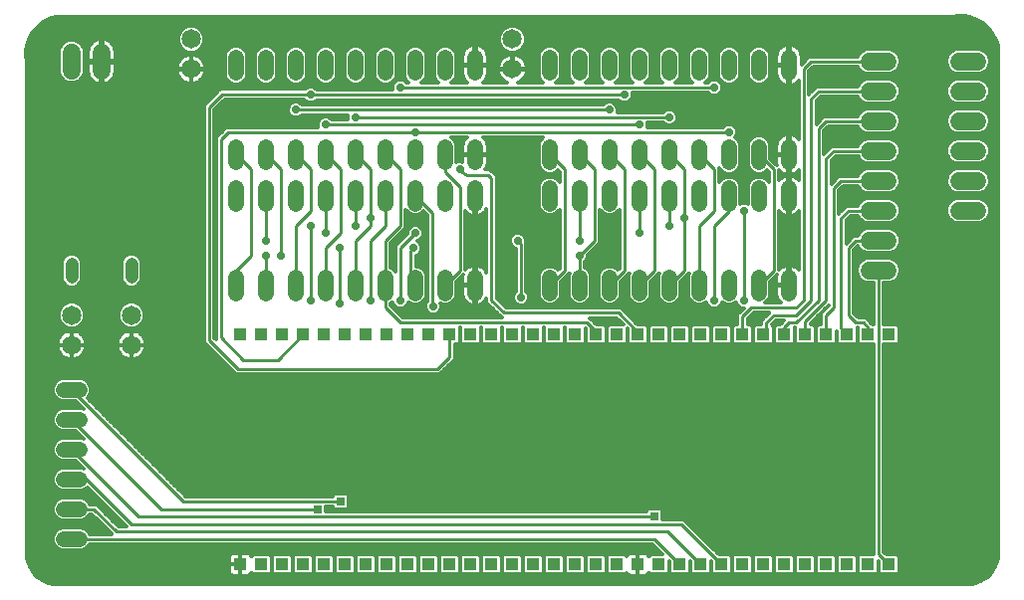
<source format=gbl>
G75*
G70*
%OFA0B0*%
%FSLAX24Y24*%
%IPPOS*%
%LPD*%
%AMOC8*
5,1,8,0,0,1.08239X$1,22.5*
%
%ADD10R,0.0436X0.0436*%
%ADD11C,0.0520*%
%ADD12C,0.0440*%
%ADD13C,0.0650*%
%ADD14C,0.0600*%
%ADD15C,0.0100*%
%ADD16C,0.0120*%
%ADD17C,0.0290*%
%ADD18R,0.0300X0.0300*%
%ADD19R,0.0290X0.0290*%
D10*
X007335Y000810D03*
X008035Y000810D03*
X008735Y000810D03*
X009435Y000810D03*
X010135Y000810D03*
X010835Y000810D03*
X011535Y000810D03*
X012235Y000810D03*
X012935Y000810D03*
X013635Y000810D03*
X014335Y000810D03*
X015035Y000810D03*
X015735Y000810D03*
X016435Y000810D03*
X017135Y000810D03*
X017835Y000810D03*
X018535Y000810D03*
X019235Y000810D03*
X019935Y000810D03*
X020635Y000810D03*
X021335Y000810D03*
X022035Y000810D03*
X022735Y000810D03*
X023435Y000810D03*
X024135Y000810D03*
X024835Y000810D03*
X025535Y000810D03*
X026235Y000810D03*
X026935Y000810D03*
X027635Y000810D03*
X028335Y000810D03*
X029035Y000810D03*
X029035Y008510D03*
X028335Y008510D03*
X027635Y008510D03*
X026935Y008510D03*
X026235Y008510D03*
X025535Y008510D03*
X024835Y008510D03*
X024135Y008510D03*
X023435Y008510D03*
X022735Y008510D03*
X022035Y008510D03*
X021335Y008510D03*
X020635Y008510D03*
X019935Y008510D03*
X019235Y008510D03*
X018535Y008510D03*
X017835Y008510D03*
X017135Y008510D03*
X016435Y008510D03*
X015735Y008510D03*
X015035Y008510D03*
X014335Y008510D03*
X013635Y008510D03*
X012935Y008510D03*
X012235Y008510D03*
X011535Y008510D03*
X010835Y008510D03*
X010135Y008510D03*
X009435Y008510D03*
X008735Y008510D03*
X008035Y008510D03*
X007335Y008510D03*
D11*
X007185Y009900D02*
X007185Y010420D01*
X008185Y010420D02*
X008185Y009900D01*
X009185Y009900D02*
X009185Y010420D01*
X010185Y010420D02*
X010185Y009900D01*
X011185Y009900D02*
X011185Y010420D01*
X012185Y010420D02*
X012185Y009900D01*
X013185Y009900D02*
X013185Y010420D01*
X014185Y010420D02*
X014185Y009900D01*
X015185Y009900D02*
X015185Y010420D01*
X017685Y010420D02*
X017685Y009900D01*
X018685Y009900D02*
X018685Y010420D01*
X019685Y010420D02*
X019685Y009900D01*
X020685Y009900D02*
X020685Y010420D01*
X021685Y010420D02*
X021685Y009900D01*
X022685Y009900D02*
X022685Y010420D01*
X023685Y010420D02*
X023685Y009900D01*
X024685Y009900D02*
X024685Y010420D01*
X025685Y010420D02*
X025685Y009900D01*
X025685Y012900D02*
X025685Y013420D01*
X024685Y013420D02*
X024685Y012900D01*
X023685Y012900D02*
X023685Y013420D01*
X022685Y013420D02*
X022685Y012900D01*
X021685Y012900D02*
X021685Y013420D01*
X020685Y013420D02*
X020685Y012900D01*
X019685Y012900D02*
X019685Y013420D01*
X018685Y013420D02*
X018685Y012900D01*
X017685Y012900D02*
X017685Y013420D01*
X017685Y014280D02*
X017685Y014800D01*
X018685Y014800D02*
X018685Y014280D01*
X019685Y014280D02*
X019685Y014800D01*
X020685Y014800D02*
X020685Y014280D01*
X021685Y014280D02*
X021685Y014800D01*
X022685Y014800D02*
X022685Y014280D01*
X023685Y014280D02*
X023685Y014800D01*
X024685Y014800D02*
X024685Y014280D01*
X025685Y014280D02*
X025685Y014800D01*
X025685Y017280D02*
X025685Y017800D01*
X024685Y017800D02*
X024685Y017280D01*
X023685Y017280D02*
X023685Y017800D01*
X022685Y017800D02*
X022685Y017280D01*
X021685Y017280D02*
X021685Y017800D01*
X020685Y017800D02*
X020685Y017280D01*
X019685Y017280D02*
X019685Y017800D01*
X018685Y017800D02*
X018685Y017280D01*
X017685Y017280D02*
X017685Y017800D01*
X015185Y017800D02*
X015185Y017280D01*
X014185Y017280D02*
X014185Y017800D01*
X013185Y017800D02*
X013185Y017280D01*
X012185Y017280D02*
X012185Y017800D01*
X011185Y017800D02*
X011185Y017280D01*
X010185Y017280D02*
X010185Y017800D01*
X009185Y017800D02*
X009185Y017280D01*
X008185Y017280D02*
X008185Y017800D01*
X007185Y017800D02*
X007185Y017280D01*
X007185Y014800D02*
X007185Y014280D01*
X008185Y014280D02*
X008185Y014800D01*
X009185Y014800D02*
X009185Y014280D01*
X010185Y014280D02*
X010185Y014800D01*
X011185Y014800D02*
X011185Y014280D01*
X012185Y014280D02*
X012185Y014800D01*
X013185Y014800D02*
X013185Y014280D01*
X014185Y014280D02*
X014185Y014800D01*
X015185Y014800D02*
X015185Y014280D01*
X015185Y013420D02*
X015185Y012900D01*
X014185Y012900D02*
X014185Y013420D01*
X013185Y013420D02*
X013185Y012900D01*
X012185Y012900D02*
X012185Y013420D01*
X011185Y013420D02*
X011185Y012900D01*
X010185Y012900D02*
X010185Y013420D01*
X009185Y013420D02*
X009185Y012900D01*
X008185Y012900D02*
X008185Y013420D01*
X007185Y013420D02*
X007185Y012900D01*
X001945Y006660D02*
X001425Y006660D01*
X001425Y005660D02*
X001945Y005660D01*
X001945Y004660D02*
X001425Y004660D01*
X001425Y003660D02*
X001945Y003660D01*
X001945Y002660D02*
X001425Y002660D01*
X001425Y001660D02*
X001945Y001660D01*
D12*
X001685Y010440D02*
X001685Y010880D01*
X003685Y010880D02*
X003685Y010440D01*
D13*
X003685Y009160D03*
X003685Y008160D03*
X001685Y008160D03*
X001685Y009160D03*
X005685Y017410D03*
X005685Y018410D03*
X016435Y018410D03*
X016435Y017410D03*
D14*
X028385Y017660D02*
X028985Y017660D01*
X028985Y016660D02*
X028385Y016660D01*
X028385Y015660D02*
X028985Y015660D01*
X028985Y014660D02*
X028385Y014660D01*
X028385Y013660D02*
X028985Y013660D01*
X028985Y012660D02*
X028385Y012660D01*
X028385Y011660D02*
X028985Y011660D01*
X028985Y010660D02*
X028385Y010660D01*
X031385Y012660D02*
X031985Y012660D01*
X031985Y013660D02*
X031385Y013660D01*
X031385Y014660D02*
X031985Y014660D01*
X031985Y015660D02*
X031385Y015660D01*
X031385Y016660D02*
X031985Y016660D01*
X031985Y017660D02*
X031385Y017660D01*
X002685Y017960D02*
X002685Y017360D01*
X001685Y017360D02*
X001685Y017960D01*
D15*
X006285Y016120D02*
X006735Y016570D01*
X009655Y016570D01*
X009685Y016540D01*
X020185Y016540D01*
X019685Y016040D02*
X009185Y016040D01*
X010185Y015540D02*
X020685Y015540D01*
X021685Y015790D02*
X011185Y015790D01*
X012685Y016790D02*
X023185Y016790D01*
X023685Y015290D02*
X013185Y015290D01*
X006935Y015290D01*
X006685Y015040D01*
X006685Y008410D01*
X007435Y007660D01*
X008585Y007660D01*
X009435Y008510D01*
X009685Y009660D02*
X009685Y012160D01*
X010185Y011910D02*
X010185Y013160D01*
X009685Y012660D02*
X009185Y012160D01*
X009185Y010160D01*
X010185Y010160D02*
X010185Y011410D01*
X010685Y011910D01*
X010685Y014040D01*
X010185Y014540D01*
X009685Y014040D02*
X009685Y012660D01*
X011185Y013160D02*
X011185Y012160D01*
X011685Y012160D02*
X011185Y011660D01*
X011185Y010160D01*
X011685Y009660D02*
X011685Y011660D01*
X012185Y012160D01*
X012185Y013160D01*
X013185Y013160D02*
X013755Y012590D01*
X013755Y009490D01*
X013785Y009460D01*
X012685Y009660D02*
X012685Y011410D01*
X013185Y011910D01*
X012685Y012160D02*
X012185Y011660D01*
X012185Y010160D01*
X012185Y009410D01*
X012685Y008910D01*
X018935Y008910D01*
X019235Y008610D01*
X019235Y008510D01*
X019985Y009240D02*
X020635Y008590D01*
X020635Y008510D01*
X019985Y009240D02*
X016165Y009240D01*
X015735Y009670D01*
X015735Y013745D01*
X015610Y013870D01*
X014925Y013870D01*
X014685Y013990D01*
X014685Y014040D01*
X014175Y013960D02*
X014175Y014530D01*
X014185Y014540D01*
X014175Y013960D02*
X014685Y013450D01*
X014685Y010660D01*
X014185Y010160D01*
X015185Y010160D02*
X015185Y013160D01*
X012685Y014040D02*
X012685Y012160D01*
X011685Y012160D02*
X011685Y012410D01*
X011685Y014040D01*
X011185Y014540D01*
X012185Y014540D02*
X012685Y014040D01*
X009685Y014040D02*
X009185Y014540D01*
X008685Y014040D02*
X008685Y011160D01*
X008185Y011160D02*
X008185Y010160D01*
X007185Y010160D02*
X007185Y010660D01*
X007685Y011160D01*
X007685Y014040D01*
X007185Y014540D01*
X008185Y014540D02*
X008685Y014040D01*
X008185Y013160D02*
X008185Y011660D01*
X010665Y011410D02*
X010665Y009550D01*
X013185Y010160D02*
X013185Y010510D01*
X013035Y010660D01*
X013035Y011320D01*
X013125Y011410D01*
X016605Y011660D02*
X016725Y011540D01*
X016725Y009760D01*
X017685Y010160D02*
X018185Y010660D01*
X018185Y014040D01*
X017685Y014540D01*
X018685Y014540D02*
X019185Y014040D01*
X019185Y011660D01*
X018685Y011160D01*
X018685Y010160D01*
X019685Y010160D02*
X020185Y010660D01*
X020185Y014040D01*
X019685Y014540D01*
X020685Y014540D02*
X021185Y014040D01*
X021185Y010660D01*
X020685Y010160D01*
X021685Y010160D02*
X022185Y010660D01*
X022185Y012410D01*
X022185Y014040D01*
X021685Y014540D01*
X022685Y014540D02*
X023185Y014040D01*
X023185Y012660D01*
X022685Y012160D01*
X022685Y010160D01*
X023185Y009660D02*
X023185Y012160D01*
X023685Y012660D01*
X023685Y013160D01*
X024185Y012660D02*
X024185Y009660D01*
X024435Y009410D02*
X025935Y009410D01*
X026185Y009660D01*
X026185Y017410D01*
X026435Y017660D01*
X028685Y017660D01*
X028685Y016660D02*
X026685Y016660D01*
X026435Y016410D01*
X026435Y009660D01*
X025935Y009160D01*
X025185Y009160D01*
X024935Y008910D01*
X024935Y008610D01*
X024835Y008510D01*
X025535Y008510D02*
X025535Y008760D01*
X025685Y008910D01*
X025935Y008910D01*
X026685Y009660D01*
X026685Y015410D01*
X026935Y015660D01*
X028685Y015660D01*
X028685Y014660D02*
X027185Y014660D01*
X026935Y014410D01*
X026935Y009660D01*
X026235Y008960D01*
X026235Y008510D01*
X026935Y008510D02*
X026935Y009160D01*
X027185Y009410D01*
X027185Y013410D01*
X027435Y013660D01*
X028685Y013660D01*
X028685Y012660D02*
X027685Y012660D01*
X027435Y012410D01*
X027435Y008710D01*
X027635Y008510D01*
X028185Y008910D02*
X028335Y008760D01*
X028335Y008510D01*
X028185Y008910D02*
X027935Y008910D01*
X027685Y009160D01*
X027685Y011410D01*
X027935Y011660D01*
X028685Y011660D01*
X028685Y010660D02*
X028685Y001160D01*
X029035Y000810D01*
X023435Y000810D02*
X022085Y002160D01*
X003685Y002160D01*
X002185Y003660D01*
X001685Y003660D01*
X001685Y002660D02*
X002435Y002660D01*
X003185Y001910D01*
X021635Y001910D01*
X022735Y000810D01*
X022035Y000810D02*
X021185Y001660D01*
X001685Y001660D01*
X003935Y002410D02*
X021185Y002410D01*
X014335Y007770D02*
X013935Y007370D01*
X007245Y007370D01*
X006285Y008330D01*
X006285Y016120D01*
X018685Y013160D02*
X018685Y011660D01*
X020685Y011910D02*
X020685Y013160D01*
X021685Y013160D02*
X021685Y012160D01*
X024685Y010160D02*
X025185Y010660D01*
X025185Y014040D01*
X024685Y014540D01*
X025685Y013160D02*
X025685Y010160D01*
X024435Y009410D02*
X024135Y009110D01*
X024135Y008510D01*
X014335Y008510D02*
X014335Y007770D01*
X010685Y002910D02*
X005435Y002910D01*
X001685Y006660D01*
X001685Y005660D02*
X004685Y002660D01*
X009935Y002660D01*
X003935Y002410D02*
X001685Y004660D01*
D16*
X000530Y000404D02*
X000644Y000319D01*
X000769Y000250D01*
X000903Y000201D01*
X001042Y000170D01*
X001185Y000160D01*
X031685Y000160D01*
X031827Y000170D01*
X031966Y000201D01*
X032100Y000250D01*
X032225Y000319D01*
X032340Y000404D01*
X032441Y000505D01*
X032526Y000619D01*
X032594Y000745D01*
X032644Y000878D01*
X032675Y001018D01*
X032685Y001160D01*
X032685Y018160D01*
X032636Y018335D01*
X032564Y018502D01*
X032468Y018657D01*
X032351Y018796D01*
X032216Y018918D01*
X032064Y019018D01*
X031900Y019097D01*
X031727Y019151D01*
X031547Y019180D01*
X031365Y019183D01*
X031185Y019160D01*
X001185Y019160D01*
X001009Y019112D01*
X000843Y019039D01*
X000688Y018943D01*
X000549Y018826D01*
X000427Y018691D01*
X000326Y018540D01*
X000248Y018375D01*
X000194Y018202D01*
X000165Y018022D01*
X000162Y017840D01*
X000185Y017660D01*
X000185Y001160D01*
X000195Y001018D01*
X000225Y000878D01*
X000275Y000745D01*
X000344Y000619D01*
X000429Y000505D01*
X000530Y000404D01*
X000574Y000371D02*
X032295Y000371D01*
X032425Y000490D02*
X029320Y000490D01*
X029303Y000472D02*
X029373Y000542D01*
X029373Y001078D01*
X029303Y001148D01*
X028937Y001148D01*
X028855Y001230D01*
X028855Y008172D01*
X029303Y008172D01*
X029373Y008242D01*
X029373Y008778D01*
X029303Y008848D01*
X028855Y008848D01*
X028855Y010240D01*
X029068Y010240D01*
X029223Y010304D01*
X029341Y010422D01*
X029405Y010576D01*
X029405Y010744D01*
X029341Y010898D01*
X029223Y011016D01*
X029068Y011080D01*
X028301Y011080D01*
X028147Y011016D01*
X028029Y010898D01*
X027965Y010744D01*
X027965Y010576D01*
X028029Y010422D01*
X028147Y010304D01*
X028301Y010240D01*
X028515Y010240D01*
X028515Y008848D01*
X028487Y008848D01*
X028355Y008980D01*
X028255Y009080D01*
X028005Y009080D01*
X027855Y009230D01*
X027855Y011340D01*
X028002Y011487D01*
X028029Y011422D01*
X028147Y011304D01*
X028301Y011240D01*
X029068Y011240D01*
X029223Y011304D01*
X029341Y011422D01*
X029405Y011576D01*
X029405Y011744D01*
X029341Y011898D01*
X029223Y012016D01*
X029068Y012080D01*
X028301Y012080D01*
X028147Y012016D01*
X028029Y011898D01*
X028001Y011830D01*
X027864Y011830D01*
X027765Y011730D01*
X027605Y011570D01*
X027605Y012340D01*
X027755Y012490D01*
X028001Y012490D01*
X028029Y012422D01*
X028147Y012304D01*
X028301Y012240D01*
X029068Y012240D01*
X029223Y012304D01*
X029341Y012422D01*
X029405Y012576D01*
X029405Y012744D01*
X029341Y012898D01*
X029223Y013016D01*
X029068Y013080D01*
X028301Y013080D01*
X028147Y013016D01*
X028029Y012898D01*
X028001Y012830D01*
X027614Y012830D01*
X027364Y012580D01*
X027355Y012570D01*
X027355Y013340D01*
X027505Y013490D01*
X028001Y013490D01*
X028029Y013422D01*
X028147Y013304D01*
X028301Y013240D01*
X029068Y013240D01*
X029223Y013304D01*
X029341Y013422D01*
X029405Y013576D01*
X029405Y013744D01*
X029341Y013898D01*
X029223Y014016D01*
X029068Y014080D01*
X028301Y014080D01*
X028147Y014016D01*
X028029Y013898D01*
X028001Y013830D01*
X027364Y013830D01*
X027265Y013730D01*
X027105Y013570D01*
X027105Y014340D01*
X027255Y014490D01*
X028001Y014490D01*
X028029Y014422D01*
X028147Y014304D01*
X028301Y014240D01*
X029068Y014240D01*
X029223Y014304D01*
X029341Y014422D01*
X029405Y014576D01*
X029405Y014744D01*
X029341Y014898D01*
X029223Y015016D01*
X029068Y015080D01*
X028301Y015080D01*
X028147Y015016D01*
X028029Y014898D01*
X028001Y014830D01*
X027114Y014830D01*
X026864Y014580D01*
X026855Y014570D01*
X026855Y015340D01*
X027005Y015490D01*
X028001Y015490D01*
X028029Y015422D01*
X028147Y015304D01*
X028301Y015240D01*
X029068Y015240D01*
X029223Y015304D01*
X029341Y015422D01*
X029405Y015576D01*
X029405Y015744D01*
X029341Y015898D01*
X029223Y016016D01*
X029068Y016080D01*
X028301Y016080D01*
X028147Y016016D01*
X028029Y015898D01*
X028001Y015830D01*
X026864Y015830D01*
X026765Y015730D01*
X026605Y015570D01*
X026605Y016340D01*
X026755Y016490D01*
X028001Y016490D01*
X028029Y016422D01*
X028147Y016304D01*
X028301Y016240D01*
X029068Y016240D01*
X029223Y016304D01*
X029341Y016422D01*
X029405Y016576D01*
X029405Y016744D01*
X029341Y016898D01*
X029223Y017016D01*
X029068Y017080D01*
X028301Y017080D01*
X028147Y017016D01*
X028029Y016898D01*
X028001Y016830D01*
X026614Y016830D01*
X026364Y016580D01*
X026355Y016570D01*
X026355Y017340D01*
X026505Y017490D01*
X028001Y017490D01*
X028029Y017422D01*
X028147Y017304D01*
X028301Y017240D01*
X029068Y017240D01*
X029223Y017304D01*
X029341Y017422D01*
X029405Y017576D01*
X029405Y017744D01*
X029341Y017898D01*
X029223Y018016D01*
X029068Y018080D01*
X028301Y018080D01*
X028147Y018016D01*
X028029Y017898D01*
X028001Y017830D01*
X026364Y017830D01*
X026265Y017730D01*
X026105Y017570D01*
X026105Y017833D01*
X026094Y017898D01*
X026074Y017961D01*
X026044Y018020D01*
X026005Y018074D01*
X025958Y018120D01*
X025905Y018159D01*
X025846Y018189D01*
X025783Y018210D01*
X025718Y018220D01*
X025705Y018220D01*
X025705Y017560D01*
X025665Y017560D01*
X025665Y018220D01*
X025652Y018220D01*
X025586Y018210D01*
X025524Y018189D01*
X025465Y018159D01*
X025411Y018120D01*
X025364Y018074D01*
X025326Y018020D01*
X025296Y017961D01*
X025275Y017898D01*
X025265Y017833D01*
X025265Y017560D01*
X025665Y017560D01*
X025665Y017520D01*
X025705Y017520D01*
X025705Y016860D01*
X025718Y016860D01*
X025783Y016870D01*
X025846Y016891D01*
X025905Y016921D01*
X025958Y016960D01*
X026005Y017006D01*
X026015Y017020D01*
X026015Y015060D01*
X026005Y015074D01*
X025958Y015120D01*
X025905Y015159D01*
X025846Y015189D01*
X025783Y015210D01*
X025718Y015220D01*
X025705Y015220D01*
X025705Y014560D01*
X025665Y014560D01*
X025665Y015220D01*
X025652Y015220D01*
X025586Y015210D01*
X025524Y015189D01*
X025465Y015159D01*
X025411Y015120D01*
X025364Y015074D01*
X025326Y015020D01*
X025296Y014961D01*
X025275Y014898D01*
X025265Y014833D01*
X025265Y014560D01*
X025665Y014560D01*
X025665Y014520D01*
X025705Y014520D01*
X025705Y013860D01*
X025718Y013860D01*
X025783Y013870D01*
X025846Y013891D01*
X025905Y013921D01*
X025958Y013960D01*
X026005Y014006D01*
X026015Y014020D01*
X026015Y013680D01*
X026005Y013694D01*
X025958Y013740D01*
X025905Y013779D01*
X025846Y013809D01*
X025783Y013830D01*
X025718Y013840D01*
X025705Y013840D01*
X025705Y013180D01*
X025665Y013180D01*
X025665Y013840D01*
X025652Y013840D01*
X025586Y013830D01*
X025524Y013809D01*
X025465Y013779D01*
X025411Y013740D01*
X025364Y013694D01*
X025355Y013680D01*
X025355Y014020D01*
X025364Y014006D01*
X025411Y013960D01*
X025465Y013921D01*
X025524Y013891D01*
X025586Y013870D01*
X025652Y013860D01*
X025665Y013860D01*
X025665Y014520D01*
X025265Y014520D01*
X025265Y014247D01*
X025274Y014192D01*
X025065Y014400D01*
X025065Y014876D01*
X025007Y015015D01*
X024900Y015122D01*
X024760Y015180D01*
X024609Y015180D01*
X024470Y015122D01*
X024363Y015015D01*
X024305Y014876D01*
X024305Y014204D01*
X024363Y014065D01*
X024470Y013958D01*
X024609Y013900D01*
X024760Y013900D01*
X024900Y013958D01*
X024963Y014021D01*
X025015Y013970D01*
X025015Y013616D01*
X025007Y013635D01*
X024900Y013742D01*
X024760Y013800D01*
X024609Y013800D01*
X024470Y013742D01*
X024363Y013635D01*
X024305Y013496D01*
X024305Y012897D01*
X024237Y012925D01*
X024132Y012925D01*
X024065Y012897D01*
X024065Y013496D01*
X024007Y013635D01*
X023900Y013742D01*
X023760Y013800D01*
X023609Y013800D01*
X023470Y013742D01*
X023363Y013635D01*
X023355Y013616D01*
X023355Y014084D01*
X023363Y014065D01*
X023470Y013958D01*
X023609Y013900D01*
X023760Y013900D01*
X023900Y013958D01*
X024007Y014065D01*
X024065Y014204D01*
X024065Y014876D01*
X024007Y015015D01*
X023900Y015122D01*
X023894Y015125D01*
X023909Y015140D01*
X023950Y015237D01*
X023950Y015343D01*
X023909Y015440D01*
X023835Y015515D01*
X023737Y015555D01*
X023632Y015555D01*
X023535Y015515D01*
X023480Y015460D01*
X020938Y015460D01*
X020950Y015487D01*
X020950Y015593D01*
X020938Y015620D01*
X021480Y015620D01*
X021535Y015565D01*
X021632Y015525D01*
X021737Y015525D01*
X021835Y015565D01*
X021909Y015640D01*
X021950Y015737D01*
X021950Y015843D01*
X021909Y015940D01*
X021835Y016015D01*
X021737Y016055D01*
X021632Y016055D01*
X021535Y016015D01*
X021480Y015960D01*
X019938Y015960D01*
X019950Y015987D01*
X019950Y016093D01*
X019909Y016190D01*
X019835Y016265D01*
X019737Y016305D01*
X019632Y016305D01*
X019535Y016265D01*
X019480Y016210D01*
X009390Y016210D01*
X009335Y016265D01*
X009237Y016305D01*
X009132Y016305D01*
X009035Y016265D01*
X008960Y016190D01*
X008920Y016093D01*
X008920Y015987D01*
X008960Y015890D01*
X009035Y015815D01*
X009132Y015775D01*
X009237Y015775D01*
X009335Y015815D01*
X009390Y015870D01*
X010931Y015870D01*
X010920Y015843D01*
X010920Y015737D01*
X010931Y015710D01*
X010390Y015710D01*
X010335Y015765D01*
X010237Y015805D01*
X010132Y015805D01*
X010035Y015765D01*
X009960Y015690D01*
X009920Y015593D01*
X009920Y015487D01*
X009931Y015460D01*
X006864Y015460D01*
X006765Y015360D01*
X006515Y015110D01*
X006515Y008340D01*
X006455Y008400D01*
X006455Y016050D01*
X006805Y016400D01*
X009456Y016400D01*
X009460Y016390D01*
X009535Y016315D01*
X009632Y016275D01*
X009737Y016275D01*
X009835Y016315D01*
X009890Y016370D01*
X019980Y016370D01*
X020035Y016315D01*
X020132Y016275D01*
X020237Y016275D01*
X020335Y016315D01*
X020409Y016390D01*
X020450Y016487D01*
X026015Y016487D01*
X026015Y016369D02*
X020388Y016369D01*
X020450Y016487D02*
X020450Y016593D01*
X020438Y016620D01*
X022980Y016620D01*
X023035Y016565D01*
X023132Y016525D01*
X023237Y016525D01*
X023335Y016565D01*
X023409Y016640D01*
X023450Y016737D01*
X023450Y016843D01*
X023409Y016940D01*
X023335Y017015D01*
X023237Y017055D01*
X023132Y017055D01*
X023035Y017015D01*
X022980Y016960D01*
X022902Y016960D01*
X023007Y017065D01*
X023065Y017204D01*
X023065Y017876D01*
X023007Y018015D01*
X022900Y018122D01*
X022760Y018180D01*
X022609Y018180D01*
X022470Y018122D01*
X022363Y018015D01*
X022305Y017876D01*
X022305Y017204D01*
X022363Y017065D01*
X022467Y016960D01*
X021902Y016960D01*
X022007Y017065D01*
X022065Y017204D01*
X022065Y017876D01*
X022007Y018015D01*
X021900Y018122D01*
X021760Y018180D01*
X021609Y018180D01*
X021470Y018122D01*
X021363Y018015D01*
X021305Y017876D01*
X021305Y017204D01*
X021363Y017065D01*
X021467Y016960D01*
X020902Y016960D01*
X021007Y017065D01*
X021065Y017204D01*
X021065Y017876D01*
X021007Y018015D01*
X020900Y018122D01*
X020760Y018180D01*
X020609Y018180D01*
X020470Y018122D01*
X020363Y018015D01*
X020305Y017876D01*
X020305Y017204D01*
X020363Y017065D01*
X020467Y016960D01*
X019902Y016960D01*
X020007Y017065D01*
X020065Y017204D01*
X020065Y017876D01*
X020007Y018015D01*
X019900Y018122D01*
X019760Y018180D01*
X019609Y018180D01*
X019470Y018122D01*
X019363Y018015D01*
X019305Y017876D01*
X019305Y017204D01*
X019363Y017065D01*
X019467Y016960D01*
X018902Y016960D01*
X019007Y017065D01*
X019065Y017204D01*
X019065Y017876D01*
X019007Y018015D01*
X018900Y018122D01*
X018760Y018180D01*
X018609Y018180D01*
X018470Y018122D01*
X018363Y018015D01*
X018305Y017876D01*
X018305Y017204D01*
X018363Y017065D01*
X018467Y016960D01*
X017902Y016960D01*
X018007Y017065D01*
X018065Y017204D01*
X018065Y017876D01*
X018007Y018015D01*
X017900Y018122D01*
X017760Y018180D01*
X017609Y018180D01*
X017470Y018122D01*
X017363Y018015D01*
X017305Y017876D01*
X017305Y017204D01*
X017363Y017065D01*
X017467Y016960D01*
X016619Y016960D01*
X016621Y016961D01*
X016689Y016995D01*
X016751Y017040D01*
X016805Y017094D01*
X016850Y017156D01*
X016884Y017224D01*
X016908Y017296D01*
X016920Y017372D01*
X016920Y017401D01*
X016444Y017401D01*
X016444Y017419D01*
X016920Y017419D01*
X016920Y017448D01*
X016908Y017524D01*
X016884Y017596D01*
X016850Y017664D01*
X016805Y017726D01*
X016751Y017780D01*
X016689Y017825D01*
X016621Y017859D01*
X016548Y017883D01*
X016473Y017895D01*
X016444Y017895D01*
X016444Y017419D01*
X016426Y017419D01*
X016426Y017895D01*
X016397Y017895D01*
X016321Y017883D01*
X016249Y017859D01*
X016181Y017825D01*
X016119Y017780D01*
X016065Y017726D01*
X016020Y017664D01*
X015985Y017596D01*
X015962Y017524D01*
X015950Y017448D01*
X015950Y017419D01*
X016426Y017419D01*
X016426Y017401D01*
X015950Y017401D01*
X015950Y017372D01*
X015962Y017296D01*
X015985Y017224D01*
X016020Y017156D01*
X016065Y017094D01*
X016119Y017040D01*
X016181Y016995D01*
X016249Y016961D01*
X016250Y016960D01*
X015459Y016960D01*
X015505Y017006D01*
X015544Y017060D01*
X015574Y017119D01*
X015594Y017182D01*
X015605Y017247D01*
X015605Y017520D01*
X015205Y017520D01*
X015205Y017560D01*
X015605Y017560D01*
X015605Y017833D01*
X015594Y017898D01*
X015574Y017961D01*
X015544Y018020D01*
X015505Y018074D01*
X015458Y018120D01*
X015405Y018159D01*
X015346Y018189D01*
X015283Y018210D01*
X015218Y018220D01*
X015205Y018220D01*
X015205Y017560D01*
X015165Y017560D01*
X015165Y018220D01*
X015152Y018220D01*
X015086Y018210D01*
X015024Y018189D01*
X014965Y018159D01*
X014911Y018120D01*
X014864Y018074D01*
X014826Y018020D01*
X014796Y017961D01*
X014775Y017898D01*
X014765Y017833D01*
X014765Y017560D01*
X015165Y017560D01*
X015165Y017520D01*
X014765Y017520D01*
X014765Y017247D01*
X014775Y017182D01*
X014796Y017119D01*
X014826Y017060D01*
X014864Y017006D01*
X014911Y016960D01*
X014402Y016960D01*
X014507Y017065D01*
X014565Y017204D01*
X014565Y017876D01*
X014507Y018015D01*
X014400Y018122D01*
X014260Y018180D01*
X014109Y018180D01*
X013970Y018122D01*
X013863Y018015D01*
X013805Y017876D01*
X013805Y017204D01*
X013863Y017065D01*
X013967Y016960D01*
X013402Y016960D01*
X013507Y017065D01*
X013565Y017204D01*
X013565Y017876D01*
X013507Y018015D01*
X013400Y018122D01*
X013260Y018180D01*
X013109Y018180D01*
X012970Y018122D01*
X012863Y018015D01*
X012805Y017876D01*
X012805Y017204D01*
X012863Y017065D01*
X012967Y016960D01*
X012890Y016960D01*
X012835Y017015D01*
X012737Y017055D01*
X012632Y017055D01*
X012535Y017015D01*
X012460Y016940D01*
X012420Y016843D01*
X012420Y016737D01*
X012431Y016710D01*
X009890Y016710D01*
X009835Y016765D01*
X009737Y016805D01*
X009632Y016805D01*
X009535Y016765D01*
X009510Y016740D01*
X006664Y016740D01*
X006115Y016190D01*
X006115Y008260D01*
X006214Y008160D01*
X007174Y007200D01*
X014005Y007200D01*
X014105Y007300D01*
X014505Y007700D01*
X014505Y008172D01*
X014603Y008172D01*
X014673Y008242D01*
X014673Y008740D01*
X014697Y008740D01*
X014697Y008242D01*
X014767Y008172D01*
X015303Y008172D01*
X015373Y008242D01*
X015373Y008740D01*
X015397Y008740D01*
X015397Y008242D01*
X015467Y008172D01*
X016003Y008172D01*
X016073Y008242D01*
X016073Y008740D01*
X016097Y008740D01*
X016097Y008242D01*
X016167Y008172D01*
X016703Y008172D01*
X016773Y008242D01*
X016773Y008740D01*
X016797Y008740D01*
X016797Y008242D01*
X016867Y008172D01*
X017403Y008172D01*
X017473Y008242D01*
X017473Y008740D01*
X017497Y008740D01*
X017497Y008242D01*
X017567Y008172D01*
X018103Y008172D01*
X018173Y008242D01*
X018173Y008740D01*
X018197Y008740D01*
X018197Y008242D01*
X018267Y008172D01*
X018803Y008172D01*
X018873Y008242D01*
X018873Y008731D01*
X018897Y008708D01*
X018897Y008242D01*
X018967Y008172D01*
X019503Y008172D01*
X019573Y008242D01*
X019573Y008778D01*
X019503Y008848D01*
X019237Y008848D01*
X019105Y008980D01*
X019015Y009070D01*
X019914Y009070D01*
X020136Y008848D01*
X019667Y008848D01*
X019597Y008778D01*
X019597Y008242D01*
X019667Y008172D01*
X020203Y008172D01*
X020273Y008242D01*
X020273Y008711D01*
X020297Y008688D01*
X020297Y008242D01*
X020367Y008172D01*
X020903Y008172D01*
X020973Y008242D01*
X020973Y008778D01*
X020903Y008848D01*
X020617Y008848D01*
X020055Y009410D01*
X016235Y009410D01*
X015905Y009740D01*
X015905Y013815D01*
X015805Y013915D01*
X015780Y013940D01*
X015780Y013940D01*
X015680Y014040D01*
X015530Y014040D01*
X015544Y014060D01*
X015574Y014119D01*
X015594Y014182D01*
X015605Y014247D01*
X015605Y014520D01*
X015205Y014520D01*
X015205Y014560D01*
X015605Y014560D01*
X015605Y014833D01*
X015594Y014898D01*
X015574Y014961D01*
X015544Y015020D01*
X015505Y015074D01*
X015459Y015120D01*
X017467Y015120D01*
X017363Y015015D01*
X017305Y014876D01*
X017305Y014204D01*
X017363Y014065D01*
X017470Y013958D01*
X017609Y013900D01*
X017760Y013900D01*
X017900Y013958D01*
X017963Y014021D01*
X018015Y013970D01*
X018015Y013616D01*
X018007Y013635D01*
X017900Y013742D01*
X017760Y013800D01*
X017609Y013800D01*
X017470Y013742D01*
X017363Y013635D01*
X017305Y013496D01*
X017305Y012824D01*
X017363Y012685D01*
X017470Y012578D01*
X017609Y012520D01*
X017760Y012520D01*
X017900Y012578D01*
X018007Y012685D01*
X018015Y012704D01*
X018015Y010730D01*
X017963Y010679D01*
X017900Y010742D01*
X017760Y010800D01*
X017609Y010800D01*
X017470Y010742D01*
X017363Y010635D01*
X017305Y010496D01*
X017305Y009824D01*
X017363Y009685D01*
X017470Y009578D01*
X017609Y009520D01*
X017760Y009520D01*
X017900Y009578D01*
X018007Y009685D01*
X018065Y009824D01*
X018065Y010300D01*
X018336Y010571D01*
X018305Y010496D01*
X018305Y009824D01*
X018363Y009685D01*
X018470Y009578D01*
X018609Y009520D01*
X018760Y009520D01*
X018900Y009578D01*
X019007Y009685D01*
X019065Y009824D01*
X019065Y010496D01*
X019007Y010635D01*
X018900Y010742D01*
X018855Y010761D01*
X018855Y010955D01*
X018909Y011010D01*
X018950Y011107D01*
X018950Y011185D01*
X019355Y011590D01*
X019355Y012704D01*
X019363Y012685D01*
X019470Y012578D01*
X019609Y012520D01*
X019760Y012520D01*
X019900Y012578D01*
X020007Y012685D01*
X020015Y012704D01*
X020015Y010730D01*
X019963Y010679D01*
X019900Y010742D01*
X019760Y010800D01*
X019609Y010800D01*
X019470Y010742D01*
X019363Y010635D01*
X019305Y010496D01*
X019305Y009824D01*
X019363Y009685D01*
X019470Y009578D01*
X019609Y009520D01*
X019760Y009520D01*
X019900Y009578D01*
X020007Y009685D01*
X020065Y009824D01*
X020065Y010300D01*
X020255Y010490D01*
X020255Y010490D01*
X020336Y010571D01*
X020305Y010496D01*
X020305Y009824D01*
X020363Y009685D01*
X020470Y009578D01*
X020609Y009520D01*
X020760Y009520D01*
X020900Y009578D01*
X021007Y009685D01*
X021065Y009824D01*
X021065Y010300D01*
X021255Y010490D01*
X021336Y010571D01*
X021305Y010496D01*
X021305Y009824D01*
X021363Y009685D01*
X021470Y009578D01*
X021609Y009520D01*
X021760Y009520D01*
X021900Y009578D01*
X022007Y009685D01*
X022065Y009824D01*
X022065Y010300D01*
X022255Y010490D01*
X022336Y010571D01*
X022305Y010496D01*
X022305Y009824D01*
X022363Y009685D01*
X022470Y009578D01*
X022609Y009520D01*
X022760Y009520D01*
X022900Y009578D01*
X022923Y009600D01*
X022960Y009510D01*
X023035Y009435D01*
X023132Y009395D01*
X023237Y009395D01*
X023335Y009435D01*
X023409Y009510D01*
X023447Y009600D01*
X023470Y009578D01*
X023609Y009520D01*
X023760Y009520D01*
X023900Y009578D01*
X023923Y009600D01*
X023960Y009510D01*
X024035Y009435D01*
X024132Y009395D01*
X024179Y009395D01*
X023965Y009180D01*
X023965Y008848D01*
X023867Y008848D01*
X023797Y008778D01*
X023797Y008242D01*
X023867Y008172D01*
X024403Y008172D01*
X024473Y008242D01*
X024473Y008778D01*
X024403Y008848D01*
X024305Y008848D01*
X024305Y009040D01*
X024505Y009240D01*
X025024Y009240D01*
X025015Y009230D01*
X024864Y009080D01*
X024765Y008980D01*
X024765Y008848D01*
X024567Y008848D01*
X024497Y008778D01*
X024497Y008242D01*
X024567Y008172D01*
X025103Y008172D01*
X025173Y008242D01*
X025173Y008778D01*
X025108Y008843D01*
X025255Y008990D01*
X025524Y008990D01*
X025515Y008980D01*
X025382Y008848D01*
X025267Y008848D01*
X025197Y008778D01*
X025197Y008242D01*
X025267Y008172D01*
X025803Y008172D01*
X025873Y008242D01*
X025873Y008740D01*
X025897Y008740D01*
X025897Y008242D01*
X025967Y008172D01*
X026503Y008172D01*
X026573Y008242D01*
X026573Y008778D01*
X026503Y008848D01*
X026405Y008848D01*
X026405Y008890D01*
X027015Y009500D01*
X027015Y009480D01*
X026765Y009230D01*
X026765Y008848D01*
X026667Y008848D01*
X026597Y008778D01*
X026597Y008242D01*
X026667Y008172D01*
X027203Y008172D01*
X027273Y008242D01*
X027273Y008631D01*
X027297Y008608D01*
X027297Y008242D01*
X027367Y008172D01*
X027903Y008172D01*
X027973Y008242D01*
X027973Y008740D01*
X027997Y008740D01*
X027997Y008242D01*
X028067Y008172D01*
X028515Y008172D01*
X028515Y001148D01*
X028067Y001148D01*
X027997Y001078D01*
X027997Y000542D01*
X028067Y000472D01*
X028603Y000472D01*
X028673Y000542D01*
X028673Y000931D01*
X028697Y000908D01*
X028697Y000542D01*
X028767Y000472D01*
X029303Y000472D01*
X029373Y000608D02*
X032518Y000608D01*
X032585Y000727D02*
X029373Y000727D01*
X029373Y000845D02*
X032632Y000845D01*
X032663Y000964D02*
X029373Y000964D01*
X029369Y001082D02*
X032679Y001082D01*
X032685Y001201D02*
X028885Y001201D01*
X028855Y001319D02*
X032685Y001319D01*
X032685Y001438D02*
X028855Y001438D01*
X028855Y001556D02*
X032685Y001556D01*
X032685Y001675D02*
X028855Y001675D01*
X028855Y001793D02*
X032685Y001793D01*
X032685Y001912D02*
X028855Y001912D01*
X028855Y002030D02*
X032685Y002030D01*
X032685Y002149D02*
X028855Y002149D01*
X028855Y002267D02*
X032685Y002267D01*
X032685Y002386D02*
X028855Y002386D01*
X028855Y002504D02*
X032685Y002504D01*
X032685Y002623D02*
X028855Y002623D01*
X028855Y002741D02*
X032685Y002741D01*
X032685Y002860D02*
X028855Y002860D01*
X028855Y002978D02*
X032685Y002978D01*
X032685Y003097D02*
X028855Y003097D01*
X028855Y003215D02*
X032685Y003215D01*
X032685Y003334D02*
X028855Y003334D01*
X028855Y003452D02*
X032685Y003452D01*
X032685Y003571D02*
X028855Y003571D01*
X028855Y003689D02*
X032685Y003689D01*
X032685Y003808D02*
X028855Y003808D01*
X028855Y003926D02*
X032685Y003926D01*
X032685Y004045D02*
X028855Y004045D01*
X028855Y004163D02*
X032685Y004163D01*
X032685Y004282D02*
X028855Y004282D01*
X028855Y004400D02*
X032685Y004400D01*
X032685Y004519D02*
X028855Y004519D01*
X028855Y004637D02*
X032685Y004637D01*
X032685Y004756D02*
X028855Y004756D01*
X028855Y004874D02*
X032685Y004874D01*
X032685Y004993D02*
X028855Y004993D01*
X028855Y005111D02*
X032685Y005111D01*
X032685Y005230D02*
X028855Y005230D01*
X028855Y005348D02*
X032685Y005348D01*
X032685Y005467D02*
X028855Y005467D01*
X028855Y005585D02*
X032685Y005585D01*
X032685Y005704D02*
X028855Y005704D01*
X028855Y005822D02*
X032685Y005822D01*
X032685Y005941D02*
X028855Y005941D01*
X028855Y006059D02*
X032685Y006059D01*
X032685Y006178D02*
X028855Y006178D01*
X028855Y006296D02*
X032685Y006296D01*
X032685Y006415D02*
X028855Y006415D01*
X028855Y006533D02*
X032685Y006533D01*
X032685Y006652D02*
X028855Y006652D01*
X028855Y006770D02*
X032685Y006770D01*
X032685Y006889D02*
X028855Y006889D01*
X028855Y007007D02*
X032685Y007007D01*
X032685Y007126D02*
X028855Y007126D01*
X028855Y007244D02*
X032685Y007244D01*
X032685Y007363D02*
X028855Y007363D01*
X028855Y007481D02*
X032685Y007481D01*
X032685Y007600D02*
X028855Y007600D01*
X028855Y007718D02*
X032685Y007718D01*
X032685Y007837D02*
X028855Y007837D01*
X028855Y007955D02*
X032685Y007955D01*
X032685Y008074D02*
X028855Y008074D01*
X028515Y008074D02*
X014505Y008074D01*
X014505Y007955D02*
X028515Y007955D01*
X028515Y007837D02*
X014505Y007837D01*
X014505Y007718D02*
X028515Y007718D01*
X028515Y007600D02*
X014405Y007600D01*
X014286Y007481D02*
X028515Y007481D01*
X028515Y007363D02*
X014168Y007363D01*
X014049Y007244D02*
X028515Y007244D01*
X028515Y007126D02*
X000185Y007126D01*
X000185Y007244D02*
X007130Y007244D01*
X007012Y007363D02*
X000185Y007363D01*
X000185Y007481D02*
X006893Y007481D01*
X006775Y007600D02*
X000185Y007600D01*
X000185Y007718D02*
X001484Y007718D01*
X001499Y007711D02*
X001571Y007687D01*
X001647Y007675D01*
X001676Y007675D01*
X001676Y008151D01*
X001694Y008151D01*
X001694Y008169D01*
X002170Y008169D01*
X002170Y008198D01*
X002158Y008274D01*
X002134Y008346D01*
X002100Y008414D01*
X002055Y008476D01*
X002001Y008530D01*
X001939Y008575D01*
X001871Y008609D01*
X001798Y008633D01*
X001723Y008645D01*
X001694Y008645D01*
X001694Y008169D01*
X001676Y008169D01*
X001676Y008645D01*
X001647Y008645D01*
X001571Y008633D01*
X001499Y008609D01*
X001431Y008575D01*
X001369Y008530D01*
X001315Y008476D01*
X001270Y008414D01*
X001235Y008346D01*
X001212Y008274D01*
X001200Y008198D01*
X001200Y008169D01*
X001676Y008169D01*
X001676Y008151D01*
X001200Y008151D01*
X001200Y008122D01*
X001212Y008046D01*
X001235Y007974D01*
X001270Y007906D01*
X001315Y007844D01*
X001369Y007790D01*
X001431Y007745D01*
X001499Y007711D01*
X001676Y007718D02*
X001694Y007718D01*
X001694Y007675D02*
X001723Y007675D01*
X001798Y007687D01*
X001871Y007711D01*
X001939Y007745D01*
X002001Y007790D01*
X002055Y007844D01*
X002100Y007906D01*
X002134Y007974D01*
X002158Y008046D01*
X002170Y008122D01*
X002170Y008151D01*
X001694Y008151D01*
X001694Y007675D01*
X001676Y007837D02*
X001694Y007837D01*
X001694Y007955D02*
X001676Y007955D01*
X001676Y008074D02*
X001694Y008074D01*
X001694Y008192D02*
X001676Y008192D01*
X001676Y008311D02*
X001694Y008311D01*
X001694Y008429D02*
X001676Y008429D01*
X001676Y008548D02*
X001694Y008548D01*
X001773Y008715D02*
X001596Y008715D01*
X001433Y008783D01*
X001308Y008908D01*
X001240Y009071D01*
X001240Y009249D01*
X001308Y009412D01*
X001433Y009537D01*
X001596Y009605D01*
X001773Y009605D01*
X001937Y009537D01*
X002062Y009412D01*
X002130Y009249D01*
X002130Y009071D01*
X002062Y008908D01*
X001937Y008783D01*
X001773Y008715D01*
X001939Y008785D02*
X003431Y008785D01*
X003433Y008783D02*
X003596Y008715D01*
X003773Y008715D01*
X003937Y008783D01*
X004062Y008908D01*
X004130Y009071D01*
X004130Y009249D01*
X004062Y009412D01*
X003937Y009537D01*
X003773Y009605D01*
X003596Y009605D01*
X003433Y009537D01*
X003308Y009412D01*
X003240Y009249D01*
X003240Y009071D01*
X003308Y008908D01*
X003433Y008783D01*
X003312Y008903D02*
X002057Y008903D01*
X002109Y009022D02*
X003260Y009022D01*
X003240Y009140D02*
X002130Y009140D01*
X002126Y009259D02*
X003244Y009259D01*
X003293Y009377D02*
X002077Y009377D01*
X001979Y009496D02*
X003391Y009496D01*
X003979Y009496D02*
X006115Y009496D01*
X006115Y009614D02*
X000185Y009614D01*
X000185Y009496D02*
X001391Y009496D01*
X001293Y009377D02*
X000185Y009377D01*
X000185Y009259D02*
X001244Y009259D01*
X001240Y009140D02*
X000185Y009140D01*
X000185Y009022D02*
X001260Y009022D01*
X001312Y008903D02*
X000185Y008903D01*
X000185Y008785D02*
X001431Y008785D01*
X001393Y008548D02*
X000185Y008548D01*
X000185Y008666D02*
X006115Y008666D01*
X006115Y008548D02*
X003977Y008548D01*
X004001Y008530D02*
X003939Y008575D01*
X003871Y008609D01*
X003798Y008633D01*
X003723Y008645D01*
X003694Y008645D01*
X003694Y008169D01*
X004170Y008169D01*
X004170Y008198D01*
X004158Y008274D01*
X004134Y008346D01*
X004100Y008414D01*
X004055Y008476D01*
X004001Y008530D01*
X004089Y008429D02*
X006115Y008429D01*
X006115Y008311D02*
X004146Y008311D01*
X004170Y008192D02*
X006182Y008192D01*
X006301Y008074D02*
X004162Y008074D01*
X004158Y008046D02*
X004170Y008122D01*
X004170Y008151D01*
X003694Y008151D01*
X003694Y008169D01*
X003676Y008169D01*
X003676Y008645D01*
X003647Y008645D01*
X003571Y008633D01*
X003499Y008609D01*
X003431Y008575D01*
X003369Y008530D01*
X003315Y008476D01*
X003270Y008414D01*
X003235Y008346D01*
X003212Y008274D01*
X003200Y008198D01*
X003200Y008169D01*
X003676Y008169D01*
X003676Y008151D01*
X003694Y008151D01*
X003694Y007675D01*
X003723Y007675D01*
X003798Y007687D01*
X003871Y007711D01*
X003939Y007745D01*
X004001Y007790D01*
X004055Y007844D01*
X004100Y007906D01*
X004134Y007974D01*
X004158Y008046D01*
X004125Y007955D02*
X006419Y007955D01*
X006538Y007837D02*
X004047Y007837D01*
X003886Y007718D02*
X006656Y007718D01*
X006515Y008429D02*
X006455Y008429D01*
X006455Y008548D02*
X006515Y008548D01*
X006515Y008666D02*
X006455Y008666D01*
X006455Y008785D02*
X006515Y008785D01*
X006515Y008903D02*
X006455Y008903D01*
X006455Y009022D02*
X006515Y009022D01*
X006515Y009140D02*
X006455Y009140D01*
X006455Y009259D02*
X006515Y009259D01*
X006515Y009377D02*
X006455Y009377D01*
X006455Y009496D02*
X006515Y009496D01*
X006515Y009614D02*
X006455Y009614D01*
X006455Y009733D02*
X006515Y009733D01*
X006515Y009851D02*
X006455Y009851D01*
X006455Y009970D02*
X006515Y009970D01*
X006515Y010088D02*
X006455Y010088D01*
X006455Y010207D02*
X006515Y010207D01*
X006515Y010325D02*
X006455Y010325D01*
X006455Y010444D02*
X006515Y010444D01*
X006515Y010562D02*
X006455Y010562D01*
X006455Y010681D02*
X006515Y010681D01*
X006515Y010799D02*
X006455Y010799D01*
X006455Y010918D02*
X006515Y010918D01*
X006515Y011036D02*
X006455Y011036D01*
X006455Y011155D02*
X006515Y011155D01*
X006515Y011273D02*
X006455Y011273D01*
X006455Y011392D02*
X006515Y011392D01*
X006515Y011510D02*
X006455Y011510D01*
X006455Y011629D02*
X006515Y011629D01*
X006515Y011747D02*
X006455Y011747D01*
X006455Y011866D02*
X006515Y011866D01*
X006515Y011984D02*
X006455Y011984D01*
X006455Y012103D02*
X006515Y012103D01*
X006515Y012221D02*
X006455Y012221D01*
X006455Y012340D02*
X006515Y012340D01*
X006515Y012458D02*
X006455Y012458D01*
X006455Y012577D02*
X006515Y012577D01*
X006515Y012695D02*
X006455Y012695D01*
X006455Y012814D02*
X006515Y012814D01*
X006515Y012932D02*
X006455Y012932D01*
X006455Y013051D02*
X006515Y013051D01*
X006515Y013169D02*
X006455Y013169D01*
X006455Y013288D02*
X006515Y013288D01*
X006515Y013406D02*
X006455Y013406D01*
X006455Y013525D02*
X006515Y013525D01*
X006515Y013643D02*
X006455Y013643D01*
X006455Y013762D02*
X006515Y013762D01*
X006515Y013880D02*
X006455Y013880D01*
X006455Y013999D02*
X006515Y013999D01*
X006515Y014117D02*
X006455Y014117D01*
X006455Y014236D02*
X006515Y014236D01*
X006515Y014354D02*
X006455Y014354D01*
X006455Y014473D02*
X006515Y014473D01*
X006515Y014591D02*
X006455Y014591D01*
X006455Y014710D02*
X006515Y014710D01*
X006515Y014828D02*
X006455Y014828D01*
X006455Y014947D02*
X006515Y014947D01*
X006515Y015065D02*
X006455Y015065D01*
X006455Y015184D02*
X006588Y015184D01*
X006706Y015302D02*
X006455Y015302D01*
X006455Y015421D02*
X006825Y015421D01*
X006765Y015360D02*
X006765Y015360D01*
X006455Y015539D02*
X009920Y015539D01*
X009947Y015658D02*
X006455Y015658D01*
X006455Y015776D02*
X009130Y015776D01*
X009240Y015776D02*
X010062Y015776D01*
X010307Y015776D02*
X010920Y015776D01*
X009888Y016369D02*
X019981Y016369D01*
X019849Y016250D02*
X026015Y016250D01*
X026015Y016132D02*
X019934Y016132D01*
X019950Y016013D02*
X021533Y016013D01*
X021836Y016013D02*
X026015Y016013D01*
X026015Y015895D02*
X021928Y015895D01*
X021950Y015776D02*
X026015Y015776D01*
X026015Y015658D02*
X021917Y015658D01*
X021771Y015539D02*
X023593Y015539D01*
X023776Y015539D02*
X026015Y015539D01*
X026015Y015421D02*
X023918Y015421D01*
X023950Y015302D02*
X026015Y015302D01*
X026015Y015184D02*
X025857Y015184D01*
X025705Y015184D02*
X025665Y015184D01*
X025665Y015065D02*
X025705Y015065D01*
X025705Y014947D02*
X025665Y014947D01*
X025665Y014828D02*
X025705Y014828D01*
X025705Y014710D02*
X025665Y014710D01*
X025665Y014591D02*
X025705Y014591D01*
X025705Y014473D02*
X025665Y014473D01*
X025665Y014354D02*
X025705Y014354D01*
X025705Y014236D02*
X025665Y014236D01*
X025665Y014117D02*
X025705Y014117D01*
X025705Y013999D02*
X025665Y013999D01*
X025665Y013880D02*
X025705Y013880D01*
X025813Y013880D02*
X026015Y013880D01*
X026015Y013762D02*
X025929Y013762D01*
X025705Y013762D02*
X025665Y013762D01*
X025665Y013643D02*
X025705Y013643D01*
X025705Y013525D02*
X025665Y013525D01*
X025665Y013406D02*
X025705Y013406D01*
X025705Y013288D02*
X025665Y013288D01*
X025665Y013140D02*
X025705Y013140D01*
X025705Y012480D01*
X025718Y012480D01*
X025783Y012490D01*
X025846Y012511D01*
X025905Y012541D01*
X025958Y012580D01*
X026005Y012626D01*
X026015Y012640D01*
X026015Y010680D01*
X026005Y010694D01*
X025958Y010740D01*
X025905Y010779D01*
X025846Y010809D01*
X025783Y010830D01*
X025718Y010840D01*
X025705Y010840D01*
X025705Y010180D01*
X025665Y010180D01*
X025665Y010840D01*
X025652Y010840D01*
X025586Y010830D01*
X025524Y010809D01*
X025465Y010779D01*
X025411Y010740D01*
X025364Y010694D01*
X025355Y010680D01*
X025355Y012640D01*
X025364Y012626D01*
X025411Y012580D01*
X025465Y012541D01*
X025524Y012511D01*
X025586Y012490D01*
X025652Y012480D01*
X025665Y012480D01*
X025665Y013140D01*
X025665Y013051D02*
X025705Y013051D01*
X025705Y012932D02*
X025665Y012932D01*
X025665Y012814D02*
X025705Y012814D01*
X025705Y012695D02*
X025665Y012695D01*
X025665Y012577D02*
X025705Y012577D01*
X025954Y012577D02*
X026015Y012577D01*
X026015Y012458D02*
X025355Y012458D01*
X025355Y012340D02*
X026015Y012340D01*
X026015Y012221D02*
X025355Y012221D01*
X025355Y012103D02*
X026015Y012103D01*
X026015Y011984D02*
X025355Y011984D01*
X025355Y011866D02*
X026015Y011866D01*
X026015Y011747D02*
X025355Y011747D01*
X025355Y011629D02*
X026015Y011629D01*
X026015Y011510D02*
X025355Y011510D01*
X025355Y011392D02*
X026015Y011392D01*
X026015Y011273D02*
X025355Y011273D01*
X025355Y011155D02*
X026015Y011155D01*
X026015Y011036D02*
X025355Y011036D01*
X025355Y010918D02*
X026015Y010918D01*
X026015Y010799D02*
X025866Y010799D01*
X025705Y010799D02*
X025665Y010799D01*
X025665Y010681D02*
X025705Y010681D01*
X025705Y010562D02*
X025665Y010562D01*
X025665Y010444D02*
X025705Y010444D01*
X025705Y010325D02*
X025665Y010325D01*
X025665Y010207D02*
X025705Y010207D01*
X025665Y010180D02*
X025665Y010140D01*
X025265Y010140D01*
X025265Y009867D01*
X025275Y009802D01*
X025296Y009739D01*
X025326Y009680D01*
X025364Y009626D01*
X025411Y009580D01*
X024902Y009580D01*
X025007Y009685D01*
X025065Y009824D01*
X025065Y010300D01*
X025255Y010490D01*
X025274Y010508D01*
X025265Y010453D01*
X025265Y010180D01*
X025665Y010180D01*
X025265Y010207D02*
X025065Y010207D01*
X025065Y010088D02*
X025265Y010088D01*
X025265Y009970D02*
X025065Y009970D01*
X025065Y009851D02*
X025267Y009851D01*
X025299Y009733D02*
X025027Y009733D01*
X024936Y009614D02*
X025377Y009614D01*
X025015Y009230D02*
X025015Y009230D01*
X024924Y009140D02*
X024405Y009140D01*
X024305Y009022D02*
X024806Y009022D01*
X024864Y009080D02*
X024864Y009080D01*
X024765Y008903D02*
X024305Y008903D01*
X024466Y008785D02*
X024503Y008785D01*
X024497Y008666D02*
X024473Y008666D01*
X024473Y008548D02*
X024497Y008548D01*
X024497Y008429D02*
X024473Y008429D01*
X024473Y008311D02*
X024497Y008311D01*
X024547Y008192D02*
X024423Y008192D01*
X023847Y008192D02*
X023723Y008192D01*
X023703Y008172D02*
X023773Y008242D01*
X023773Y008778D01*
X023703Y008848D01*
X023167Y008848D01*
X023097Y008778D01*
X023097Y008242D01*
X023167Y008172D01*
X023703Y008172D01*
X023773Y008311D02*
X023797Y008311D01*
X023797Y008429D02*
X023773Y008429D01*
X023773Y008548D02*
X023797Y008548D01*
X023797Y008666D02*
X023773Y008666D01*
X023766Y008785D02*
X023803Y008785D01*
X023965Y008903D02*
X020562Y008903D01*
X020444Y009022D02*
X023965Y009022D01*
X023965Y009140D02*
X020325Y009140D01*
X020207Y009259D02*
X024043Y009259D01*
X024161Y009377D02*
X020088Y009377D01*
X019936Y009614D02*
X020433Y009614D01*
X020343Y009733D02*
X020027Y009733D01*
X020065Y009851D02*
X020305Y009851D01*
X020305Y009970D02*
X020065Y009970D01*
X020065Y010088D02*
X020305Y010088D01*
X020305Y010207D02*
X020065Y010207D01*
X020090Y010325D02*
X020305Y010325D01*
X020305Y010444D02*
X020209Y010444D01*
X020327Y010562D02*
X020332Y010562D01*
X019965Y010681D02*
X019962Y010681D01*
X020015Y010799D02*
X019763Y010799D01*
X019607Y010799D02*
X018855Y010799D01*
X018855Y010918D02*
X020015Y010918D01*
X020015Y011036D02*
X018920Y011036D01*
X018950Y011155D02*
X020015Y011155D01*
X020015Y011273D02*
X019038Y011273D01*
X019157Y011392D02*
X020015Y011392D01*
X020015Y011510D02*
X019275Y011510D01*
X019355Y011629D02*
X020015Y011629D01*
X020015Y011747D02*
X019355Y011747D01*
X019355Y011866D02*
X020015Y011866D01*
X020015Y011984D02*
X019355Y011984D01*
X019355Y012103D02*
X020015Y012103D01*
X020015Y012221D02*
X019355Y012221D01*
X019355Y012340D02*
X020015Y012340D01*
X020015Y012458D02*
X019355Y012458D01*
X019355Y012577D02*
X019473Y012577D01*
X019358Y012695D02*
X019355Y012695D01*
X019897Y012577D02*
X020015Y012577D01*
X020011Y012695D02*
X020015Y012695D01*
X018015Y012695D02*
X018011Y012695D01*
X018015Y012577D02*
X017897Y012577D01*
X018015Y012458D02*
X015905Y012458D01*
X015905Y012340D02*
X018015Y012340D01*
X018015Y012221D02*
X015905Y012221D01*
X015905Y012103D02*
X018015Y012103D01*
X018015Y011984D02*
X015905Y011984D01*
X015905Y011866D02*
X016436Y011866D01*
X016455Y011885D02*
X016380Y011810D01*
X016340Y011713D01*
X016340Y011607D01*
X016380Y011510D01*
X015905Y011510D01*
X015905Y011392D02*
X016555Y011392D01*
X016555Y011395D02*
X016555Y009965D01*
X016500Y009910D01*
X016460Y009813D01*
X016460Y009707D01*
X016500Y009610D01*
X016575Y009535D01*
X016672Y009495D01*
X016777Y009495D01*
X016875Y009535D01*
X016949Y009610D01*
X016990Y009707D01*
X016990Y009813D01*
X016949Y009910D01*
X016895Y009965D01*
X016895Y011610D01*
X016870Y011635D01*
X016870Y011713D01*
X016829Y011810D01*
X016755Y011885D01*
X016657Y011925D01*
X016552Y011925D01*
X016455Y011885D01*
X016354Y011747D02*
X015905Y011747D01*
X015905Y011629D02*
X016340Y011629D01*
X016380Y011510D02*
X016455Y011435D01*
X016552Y011395D01*
X016555Y011395D01*
X016555Y011273D02*
X015905Y011273D01*
X015905Y011155D02*
X016555Y011155D01*
X016555Y011036D02*
X015905Y011036D01*
X015905Y010918D02*
X016555Y010918D01*
X016555Y010799D02*
X015905Y010799D01*
X015905Y010681D02*
X016555Y010681D01*
X016555Y010562D02*
X015905Y010562D01*
X015905Y010444D02*
X016555Y010444D01*
X016555Y010325D02*
X015905Y010325D01*
X015905Y010207D02*
X016555Y010207D01*
X016555Y010088D02*
X015905Y010088D01*
X015905Y009970D02*
X016555Y009970D01*
X016476Y009851D02*
X015905Y009851D01*
X015913Y009733D02*
X016460Y009733D01*
X016498Y009614D02*
X016031Y009614D01*
X016150Y009496D02*
X016671Y009496D01*
X016779Y009496D02*
X022974Y009496D01*
X023395Y009496D02*
X023974Y009496D01*
X025168Y008903D02*
X025437Y008903D01*
X025203Y008785D02*
X025166Y008785D01*
X025173Y008666D02*
X025197Y008666D01*
X025197Y008548D02*
X025173Y008548D01*
X025173Y008429D02*
X025197Y008429D01*
X025197Y008311D02*
X025173Y008311D01*
X025123Y008192D02*
X025247Y008192D01*
X025823Y008192D02*
X025947Y008192D01*
X025897Y008311D02*
X025873Y008311D01*
X025873Y008429D02*
X025897Y008429D01*
X025897Y008548D02*
X025873Y008548D01*
X025873Y008666D02*
X025897Y008666D01*
X026418Y008903D02*
X026765Y008903D01*
X026765Y009022D02*
X026537Y009022D01*
X026655Y009140D02*
X026765Y009140D01*
X026774Y009259D02*
X026793Y009259D01*
X026892Y009377D02*
X026911Y009377D01*
X027011Y009496D02*
X027015Y009496D01*
X027855Y009496D02*
X028515Y009496D01*
X028515Y009614D02*
X027855Y009614D01*
X027855Y009733D02*
X028515Y009733D01*
X028515Y009851D02*
X027855Y009851D01*
X027855Y009970D02*
X028515Y009970D01*
X028515Y010088D02*
X027855Y010088D01*
X027855Y010207D02*
X028515Y010207D01*
X028855Y010207D02*
X032685Y010207D01*
X032685Y010325D02*
X029244Y010325D01*
X029350Y010444D02*
X032685Y010444D01*
X032685Y010562D02*
X029399Y010562D01*
X029405Y010681D02*
X032685Y010681D01*
X032685Y010799D02*
X029382Y010799D01*
X029321Y010918D02*
X032685Y010918D01*
X032685Y011036D02*
X029174Y011036D01*
X029148Y011273D02*
X032685Y011273D01*
X032685Y011155D02*
X027855Y011155D01*
X027855Y011273D02*
X028221Y011273D01*
X028059Y011392D02*
X027907Y011392D01*
X027855Y011036D02*
X028195Y011036D01*
X028048Y010918D02*
X027855Y010918D01*
X027855Y010799D02*
X027988Y010799D01*
X027965Y010681D02*
X027855Y010681D01*
X027855Y010562D02*
X027971Y010562D01*
X028020Y010444D02*
X027855Y010444D01*
X027855Y010325D02*
X028126Y010325D01*
X028855Y010088D02*
X032685Y010088D01*
X032685Y009970D02*
X028855Y009970D01*
X028855Y009851D02*
X032685Y009851D01*
X032685Y009733D02*
X028855Y009733D01*
X028855Y009614D02*
X032685Y009614D01*
X032685Y009496D02*
X028855Y009496D01*
X028855Y009377D02*
X032685Y009377D01*
X032685Y009259D02*
X028855Y009259D01*
X028855Y009140D02*
X032685Y009140D01*
X032685Y009022D02*
X028855Y009022D01*
X028855Y008903D02*
X032685Y008903D01*
X032685Y008785D02*
X029366Y008785D01*
X029373Y008666D02*
X032685Y008666D01*
X032685Y008548D02*
X029373Y008548D01*
X029373Y008429D02*
X032685Y008429D01*
X032685Y008311D02*
X029373Y008311D01*
X029323Y008192D02*
X032685Y008192D01*
X028515Y008903D02*
X028432Y008903D01*
X028515Y009022D02*
X028314Y009022D01*
X028515Y009140D02*
X027945Y009140D01*
X027855Y009259D02*
X028515Y009259D01*
X028515Y009377D02*
X027855Y009377D01*
X026603Y008785D02*
X026566Y008785D01*
X026573Y008666D02*
X026597Y008666D01*
X026597Y008548D02*
X026573Y008548D01*
X026573Y008429D02*
X026597Y008429D01*
X026597Y008311D02*
X026573Y008311D01*
X026523Y008192D02*
X026647Y008192D01*
X027223Y008192D02*
X027347Y008192D01*
X027297Y008311D02*
X027273Y008311D01*
X027273Y008429D02*
X027297Y008429D01*
X027297Y008548D02*
X027273Y008548D01*
X027973Y008548D02*
X027997Y008548D01*
X027997Y008666D02*
X027973Y008666D01*
X027973Y008429D02*
X027997Y008429D01*
X027997Y008311D02*
X027973Y008311D01*
X027923Y008192D02*
X028047Y008192D01*
X028515Y007007D02*
X002100Y007007D01*
X002160Y006982D02*
X002020Y007040D01*
X001349Y007040D01*
X001210Y006982D01*
X001103Y006875D01*
X001045Y006736D01*
X001045Y006584D01*
X001103Y006445D01*
X001210Y006338D01*
X001349Y006280D01*
X001824Y006280D01*
X002095Y006009D01*
X002020Y006040D01*
X001349Y006040D01*
X001210Y005982D01*
X001103Y005875D01*
X001045Y005736D01*
X001045Y005584D01*
X001103Y005445D01*
X001210Y005338D01*
X001349Y005280D01*
X001824Y005280D01*
X002095Y005009D01*
X002020Y005040D01*
X001349Y005040D01*
X001210Y004982D01*
X001103Y004875D01*
X001045Y004736D01*
X001045Y004584D01*
X001103Y004445D01*
X001210Y004338D01*
X001349Y004280D01*
X001824Y004280D01*
X002095Y004009D01*
X002020Y004040D01*
X001349Y004040D01*
X001210Y003982D01*
X001103Y003875D01*
X001045Y003736D01*
X001045Y003584D01*
X001103Y003445D01*
X001210Y003338D01*
X001349Y003280D01*
X002020Y003280D01*
X002160Y003338D01*
X002213Y003391D01*
X003515Y002090D01*
X003524Y002080D01*
X003255Y002080D01*
X002505Y002830D01*
X002286Y002830D01*
X002267Y002875D01*
X002160Y002982D01*
X002020Y003040D01*
X001349Y003040D01*
X001210Y002982D01*
X001103Y002875D01*
X001045Y002736D01*
X001045Y002584D01*
X001103Y002445D01*
X001210Y002338D01*
X001349Y002280D01*
X002020Y002280D01*
X002160Y002338D01*
X002267Y002445D01*
X002286Y002490D01*
X002364Y002490D01*
X003015Y001840D01*
X003024Y001830D01*
X002286Y001830D01*
X002267Y001875D01*
X002160Y001982D01*
X002020Y002040D01*
X001349Y002040D01*
X001210Y001982D01*
X001103Y001875D01*
X001045Y001736D01*
X001045Y001584D01*
X001103Y001445D01*
X001210Y001338D01*
X001349Y001280D01*
X002020Y001280D01*
X002160Y001338D01*
X002267Y001445D01*
X002286Y001490D01*
X021114Y001490D01*
X021456Y001148D01*
X021067Y001148D01*
X021003Y001085D01*
X021002Y001090D01*
X020981Y001126D01*
X020951Y001156D01*
X020915Y001177D01*
X020874Y001188D01*
X020635Y001188D01*
X020635Y000810D01*
X020635Y000432D01*
X020874Y000432D01*
X020915Y000443D01*
X020951Y000464D01*
X020981Y000494D01*
X021002Y000530D01*
X021003Y000535D01*
X021067Y000472D01*
X021603Y000472D01*
X021673Y000542D01*
X021673Y000931D01*
X021697Y000908D01*
X021697Y000542D01*
X021767Y000472D01*
X022303Y000472D01*
X022373Y000542D01*
X022373Y000931D01*
X022397Y000908D01*
X022397Y000542D01*
X022467Y000472D01*
X023003Y000472D01*
X023073Y000542D01*
X023073Y000931D01*
X023097Y000908D01*
X023097Y000542D01*
X023167Y000472D01*
X023703Y000472D01*
X023773Y000542D01*
X023773Y001078D01*
X023703Y001148D01*
X023337Y001148D01*
X022155Y002330D01*
X021455Y002330D01*
X021455Y002610D01*
X021384Y002680D01*
X020985Y002680D01*
X020915Y002610D01*
X020915Y002580D01*
X010200Y002580D01*
X010200Y002740D01*
X010420Y002740D01*
X010420Y002715D01*
X010490Y002645D01*
X010879Y002645D01*
X010950Y002715D01*
X010950Y003105D01*
X010879Y003175D01*
X010490Y003175D01*
X010420Y003105D01*
X010420Y003080D01*
X005505Y003080D01*
X002204Y006382D01*
X002267Y006445D01*
X002325Y006584D01*
X002325Y006736D01*
X002267Y006875D01*
X002160Y006982D01*
X002254Y006889D02*
X028515Y006889D01*
X028515Y006770D02*
X002310Y006770D01*
X002325Y006652D02*
X028515Y006652D01*
X028515Y006533D02*
X002303Y006533D01*
X002237Y006415D02*
X028515Y006415D01*
X028515Y006296D02*
X002289Y006296D01*
X002408Y006178D02*
X028515Y006178D01*
X028515Y006059D02*
X002526Y006059D01*
X002645Y005941D02*
X028515Y005941D01*
X028515Y005822D02*
X002763Y005822D01*
X002882Y005704D02*
X028515Y005704D01*
X028515Y005585D02*
X003000Y005585D01*
X003119Y005467D02*
X028515Y005467D01*
X028515Y005348D02*
X003237Y005348D01*
X003356Y005230D02*
X028515Y005230D01*
X028515Y005111D02*
X003474Y005111D01*
X003593Y004993D02*
X028515Y004993D01*
X028515Y004874D02*
X003711Y004874D01*
X003830Y004756D02*
X028515Y004756D01*
X028515Y004637D02*
X003948Y004637D01*
X004067Y004519D02*
X028515Y004519D01*
X028515Y004400D02*
X004185Y004400D01*
X004304Y004282D02*
X028515Y004282D01*
X028515Y004163D02*
X004422Y004163D01*
X004541Y004045D02*
X028515Y004045D01*
X028515Y003926D02*
X004659Y003926D01*
X004778Y003808D02*
X028515Y003808D01*
X028515Y003689D02*
X004896Y003689D01*
X005015Y003571D02*
X028515Y003571D01*
X028515Y003452D02*
X005133Y003452D01*
X005252Y003334D02*
X028515Y003334D01*
X028515Y003215D02*
X005370Y003215D01*
X005489Y003097D02*
X010420Y003097D01*
X010950Y003097D02*
X028515Y003097D01*
X028515Y002978D02*
X010950Y002978D01*
X010950Y002860D02*
X028515Y002860D01*
X028515Y002741D02*
X010950Y002741D01*
X010200Y002623D02*
X020928Y002623D01*
X021442Y002623D02*
X028515Y002623D01*
X028515Y002504D02*
X021455Y002504D01*
X021455Y002386D02*
X028515Y002386D01*
X028515Y002267D02*
X022218Y002267D01*
X022337Y002149D02*
X028515Y002149D01*
X028515Y002030D02*
X022455Y002030D01*
X022574Y001912D02*
X028515Y001912D01*
X028515Y001793D02*
X022692Y001793D01*
X022811Y001675D02*
X028515Y001675D01*
X028515Y001556D02*
X022929Y001556D01*
X023048Y001438D02*
X028515Y001438D01*
X028515Y001319D02*
X023166Y001319D01*
X023285Y001201D02*
X028515Y001201D01*
X028001Y001082D02*
X027969Y001082D01*
X027973Y001078D02*
X027903Y001148D01*
X027367Y001148D01*
X027297Y001078D01*
X027297Y000542D01*
X027367Y000472D01*
X027903Y000472D01*
X027973Y000542D01*
X027973Y001078D01*
X027973Y000964D02*
X027997Y000964D01*
X027997Y000845D02*
X027973Y000845D01*
X027973Y000727D02*
X027997Y000727D01*
X027997Y000608D02*
X027973Y000608D01*
X027920Y000490D02*
X028049Y000490D01*
X028620Y000490D02*
X028749Y000490D01*
X028697Y000608D02*
X028673Y000608D01*
X028673Y000727D02*
X028697Y000727D01*
X028697Y000845D02*
X028673Y000845D01*
X027349Y000490D02*
X027220Y000490D01*
X027203Y000472D02*
X027273Y000542D01*
X027273Y001078D01*
X027203Y001148D01*
X026667Y001148D01*
X026597Y001078D01*
X026597Y000542D01*
X026667Y000472D01*
X027203Y000472D01*
X027273Y000608D02*
X027297Y000608D01*
X027297Y000727D02*
X027273Y000727D01*
X027273Y000845D02*
X027297Y000845D01*
X027297Y000964D02*
X027273Y000964D01*
X027269Y001082D02*
X027301Y001082D01*
X026601Y001082D02*
X026569Y001082D01*
X026573Y001078D02*
X026503Y001148D01*
X025967Y001148D01*
X025897Y001078D01*
X025897Y000542D01*
X025967Y000472D01*
X026503Y000472D01*
X026573Y000542D01*
X026573Y001078D01*
X026573Y000964D02*
X026597Y000964D01*
X026597Y000845D02*
X026573Y000845D01*
X026573Y000727D02*
X026597Y000727D01*
X026597Y000608D02*
X026573Y000608D01*
X026520Y000490D02*
X026649Y000490D01*
X025949Y000490D02*
X025820Y000490D01*
X025803Y000472D02*
X025873Y000542D01*
X025873Y001078D01*
X025803Y001148D01*
X025267Y001148D01*
X025197Y001078D01*
X025197Y000542D01*
X025267Y000472D01*
X025803Y000472D01*
X025873Y000608D02*
X025897Y000608D01*
X025897Y000727D02*
X025873Y000727D01*
X025873Y000845D02*
X025897Y000845D01*
X025897Y000964D02*
X025873Y000964D01*
X025869Y001082D02*
X025901Y001082D01*
X025201Y001082D02*
X025169Y001082D01*
X025173Y001078D02*
X025103Y001148D01*
X024567Y001148D01*
X024497Y001078D01*
X024497Y000542D01*
X024567Y000472D01*
X025103Y000472D01*
X025173Y000542D01*
X025173Y001078D01*
X025173Y000964D02*
X025197Y000964D01*
X025197Y000845D02*
X025173Y000845D01*
X025173Y000727D02*
X025197Y000727D01*
X025197Y000608D02*
X025173Y000608D01*
X025120Y000490D02*
X025249Y000490D01*
X024549Y000490D02*
X024420Y000490D01*
X024403Y000472D02*
X024473Y000542D01*
X024473Y001078D01*
X024403Y001148D01*
X023867Y001148D01*
X023797Y001078D01*
X023797Y000542D01*
X023867Y000472D01*
X024403Y000472D01*
X024473Y000608D02*
X024497Y000608D01*
X024497Y000727D02*
X024473Y000727D01*
X024473Y000845D02*
X024497Y000845D01*
X024497Y000964D02*
X024473Y000964D01*
X024469Y001082D02*
X024501Y001082D01*
X023801Y001082D02*
X023769Y001082D01*
X023773Y000964D02*
X023797Y000964D01*
X023797Y000845D02*
X023773Y000845D01*
X023773Y000727D02*
X023797Y000727D01*
X023797Y000608D02*
X023773Y000608D01*
X023720Y000490D02*
X023849Y000490D01*
X023149Y000490D02*
X023020Y000490D01*
X023073Y000608D02*
X023097Y000608D01*
X023097Y000727D02*
X023073Y000727D01*
X023073Y000845D02*
X023097Y000845D01*
X022397Y000845D02*
X022373Y000845D01*
X022373Y000727D02*
X022397Y000727D01*
X022397Y000608D02*
X022373Y000608D01*
X022320Y000490D02*
X022449Y000490D01*
X021749Y000490D02*
X021620Y000490D01*
X021673Y000608D02*
X021697Y000608D01*
X021697Y000727D02*
X021673Y000727D01*
X021673Y000845D02*
X021697Y000845D01*
X021404Y001201D02*
X000185Y001201D01*
X000185Y001319D02*
X001255Y001319D01*
X001110Y001438D02*
X000185Y001438D01*
X000185Y001556D02*
X001057Y001556D01*
X001045Y001675D02*
X000185Y001675D01*
X000185Y001793D02*
X001069Y001793D01*
X001139Y001912D02*
X000185Y001912D01*
X000185Y002030D02*
X001325Y002030D01*
X001162Y002386D02*
X000185Y002386D01*
X000185Y002504D02*
X001078Y002504D01*
X001045Y002623D02*
X000185Y002623D01*
X000185Y002741D02*
X001047Y002741D01*
X001096Y002860D02*
X000185Y002860D01*
X000185Y002978D02*
X001205Y002978D01*
X001220Y003334D02*
X000185Y003334D01*
X000185Y003452D02*
X001100Y003452D01*
X001051Y003571D02*
X000185Y003571D01*
X000185Y003689D02*
X001045Y003689D01*
X001075Y003808D02*
X000185Y003808D01*
X000185Y003926D02*
X001153Y003926D01*
X001346Y004282D02*
X000185Y004282D01*
X000185Y004400D02*
X001147Y004400D01*
X001072Y004519D02*
X000185Y004519D01*
X000185Y004637D02*
X001045Y004637D01*
X001053Y004756D02*
X000185Y004756D01*
X000185Y004874D02*
X001102Y004874D01*
X001235Y004993D02*
X000185Y004993D01*
X000185Y005111D02*
X001993Y005111D01*
X001875Y005230D02*
X000185Y005230D01*
X000185Y005348D02*
X001199Y005348D01*
X001094Y005467D02*
X000185Y005467D01*
X000185Y005585D02*
X001045Y005585D01*
X001045Y005704D02*
X000185Y005704D01*
X000185Y005822D02*
X001081Y005822D01*
X001168Y005941D02*
X000185Y005941D01*
X000185Y006059D02*
X002045Y006059D01*
X001927Y006178D02*
X000185Y006178D01*
X000185Y006296D02*
X001311Y006296D01*
X001133Y006415D02*
X000185Y006415D01*
X000185Y006533D02*
X001066Y006533D01*
X001045Y006652D02*
X000185Y006652D01*
X000185Y006770D02*
X001059Y006770D01*
X001116Y006889D02*
X000185Y006889D01*
X000185Y007007D02*
X001270Y007007D01*
X001886Y007718D02*
X003484Y007718D01*
X003499Y007711D02*
X003571Y007687D01*
X003647Y007675D01*
X003676Y007675D01*
X003676Y008151D01*
X003200Y008151D01*
X003200Y008122D01*
X003212Y008046D01*
X003235Y007974D01*
X003270Y007906D01*
X003315Y007844D01*
X003369Y007790D01*
X003431Y007745D01*
X003499Y007711D01*
X003676Y007718D02*
X003694Y007718D01*
X003694Y007837D02*
X003676Y007837D01*
X003676Y007955D02*
X003694Y007955D01*
X003694Y008074D02*
X003676Y008074D01*
X003676Y008192D02*
X003694Y008192D01*
X003694Y008311D02*
X003676Y008311D01*
X003676Y008429D02*
X003694Y008429D01*
X003694Y008548D02*
X003676Y008548D01*
X003393Y008548D02*
X001977Y008548D01*
X002089Y008429D02*
X003281Y008429D01*
X003224Y008311D02*
X002146Y008311D01*
X002170Y008192D02*
X003200Y008192D01*
X003207Y008074D02*
X002162Y008074D01*
X002125Y007955D02*
X003245Y007955D01*
X003322Y007837D02*
X002047Y007837D01*
X001322Y007837D02*
X000185Y007837D01*
X000185Y007955D02*
X001245Y007955D01*
X001207Y008074D02*
X000185Y008074D01*
X000185Y008192D02*
X001200Y008192D01*
X001224Y008311D02*
X000185Y008311D01*
X000185Y008429D02*
X001281Y008429D01*
X000185Y009733D02*
X006115Y009733D01*
X006115Y009851D02*
X000185Y009851D01*
X000185Y009970D02*
X006115Y009970D01*
X006115Y010088D02*
X000185Y010088D01*
X000185Y010207D02*
X001437Y010207D01*
X001397Y010247D02*
X001492Y010152D01*
X001617Y010100D01*
X001752Y010100D01*
X001877Y010152D01*
X001973Y010247D01*
X002025Y010372D01*
X002025Y010948D01*
X001973Y011073D01*
X001877Y011168D01*
X001752Y011220D01*
X001617Y011220D01*
X001492Y011168D01*
X001397Y011073D01*
X001345Y010948D01*
X001345Y010372D01*
X001397Y010247D01*
X001364Y010325D02*
X000185Y010325D01*
X000185Y010444D02*
X001345Y010444D01*
X001345Y010562D02*
X000185Y010562D01*
X000185Y010681D02*
X001345Y010681D01*
X001345Y010799D02*
X000185Y010799D01*
X000185Y010918D02*
X001345Y010918D01*
X001381Y011036D02*
X000185Y011036D01*
X000185Y011155D02*
X001478Y011155D01*
X001891Y011155D02*
X003478Y011155D01*
X003492Y011168D02*
X003397Y011073D01*
X003345Y010948D01*
X003345Y010372D01*
X003397Y010247D01*
X003492Y010152D01*
X003617Y010100D01*
X003752Y010100D01*
X003877Y010152D01*
X003973Y010247D01*
X004025Y010372D01*
X004025Y010948D01*
X003973Y011073D01*
X003877Y011168D01*
X003752Y011220D01*
X003617Y011220D01*
X003492Y011168D01*
X003381Y011036D02*
X001988Y011036D01*
X002025Y010918D02*
X003345Y010918D01*
X003345Y010799D02*
X002025Y010799D01*
X002025Y010681D02*
X003345Y010681D01*
X003345Y010562D02*
X002025Y010562D01*
X002025Y010444D02*
X003345Y010444D01*
X003364Y010325D02*
X002005Y010325D01*
X001932Y010207D02*
X003437Y010207D01*
X003932Y010207D02*
X006115Y010207D01*
X006115Y010325D02*
X004005Y010325D01*
X004025Y010444D02*
X006115Y010444D01*
X006115Y010562D02*
X004025Y010562D01*
X004025Y010681D02*
X006115Y010681D01*
X006115Y010799D02*
X004025Y010799D01*
X004025Y010918D02*
X006115Y010918D01*
X006115Y011036D02*
X003988Y011036D01*
X003891Y011155D02*
X006115Y011155D01*
X006115Y011273D02*
X000185Y011273D01*
X000185Y011392D02*
X006115Y011392D01*
X006115Y011510D02*
X000185Y011510D01*
X000185Y011629D02*
X006115Y011629D01*
X006115Y011747D02*
X000185Y011747D01*
X000185Y011866D02*
X006115Y011866D01*
X006115Y011984D02*
X000185Y011984D01*
X000185Y012103D02*
X006115Y012103D01*
X006115Y012221D02*
X000185Y012221D01*
X000185Y012340D02*
X006115Y012340D01*
X006115Y012458D02*
X000185Y012458D01*
X000185Y012577D02*
X006115Y012577D01*
X006115Y012695D02*
X000185Y012695D01*
X000185Y012814D02*
X006115Y012814D01*
X006115Y012932D02*
X000185Y012932D01*
X000185Y013051D02*
X006115Y013051D01*
X006115Y013169D02*
X000185Y013169D01*
X000185Y013288D02*
X006115Y013288D01*
X006115Y013406D02*
X000185Y013406D01*
X000185Y013525D02*
X006115Y013525D01*
X006115Y013643D02*
X000185Y013643D01*
X000185Y013762D02*
X006115Y013762D01*
X006115Y013880D02*
X000185Y013880D01*
X000185Y013999D02*
X006115Y013999D01*
X006115Y014117D02*
X000185Y014117D01*
X000185Y014236D02*
X006115Y014236D01*
X006115Y014354D02*
X000185Y014354D01*
X000185Y014473D02*
X006115Y014473D01*
X006115Y014591D02*
X000185Y014591D01*
X000185Y014710D02*
X006115Y014710D01*
X006115Y014828D02*
X000185Y014828D01*
X000185Y014947D02*
X006115Y014947D01*
X006115Y015065D02*
X000185Y015065D01*
X000185Y015184D02*
X006115Y015184D01*
X006115Y015302D02*
X000185Y015302D01*
X000185Y015421D02*
X006115Y015421D01*
X006115Y015539D02*
X000185Y015539D01*
X000185Y015658D02*
X006115Y015658D01*
X006115Y015776D02*
X000185Y015776D01*
X000185Y015895D02*
X006115Y015895D01*
X006115Y016013D02*
X000185Y016013D01*
X000185Y016132D02*
X006115Y016132D01*
X006174Y016250D02*
X000185Y016250D01*
X000185Y016369D02*
X006293Y016369D01*
X006411Y016487D02*
X000185Y016487D01*
X000185Y016606D02*
X006530Y016606D01*
X006648Y016724D02*
X000185Y016724D01*
X000185Y016843D02*
X012420Y016843D01*
X012400Y016958D02*
X012507Y017065D01*
X012565Y017204D01*
X012565Y017876D01*
X012507Y018015D01*
X012400Y018122D01*
X012260Y018180D01*
X012109Y018180D01*
X011970Y018122D01*
X011863Y018015D01*
X011805Y017876D01*
X011805Y017204D01*
X011863Y017065D01*
X011970Y016958D01*
X012109Y016900D01*
X012260Y016900D01*
X012400Y016958D01*
X012403Y016961D02*
X012481Y016961D01*
X012513Y017080D02*
X012856Y017080D01*
X012888Y016961D02*
X012966Y016961D01*
X012807Y017198D02*
X012562Y017198D01*
X012565Y017317D02*
X012805Y017317D01*
X012805Y017435D02*
X012565Y017435D01*
X012565Y017554D02*
X012805Y017554D01*
X012805Y017672D02*
X012565Y017672D01*
X012565Y017791D02*
X012805Y017791D01*
X012819Y017909D02*
X012551Y017909D01*
X012495Y018028D02*
X012875Y018028D01*
X013027Y018146D02*
X012342Y018146D01*
X012027Y018146D02*
X011342Y018146D01*
X011400Y018122D02*
X011260Y018180D01*
X011109Y018180D01*
X010970Y018122D01*
X010863Y018015D01*
X010805Y017876D01*
X010805Y017204D01*
X010863Y017065D01*
X010970Y016958D01*
X011109Y016900D01*
X011260Y016900D01*
X011400Y016958D01*
X011507Y017065D01*
X011565Y017204D01*
X011565Y017876D01*
X011507Y018015D01*
X011400Y018122D01*
X011495Y018028D02*
X011875Y018028D01*
X011819Y017909D02*
X011551Y017909D01*
X011565Y017791D02*
X011805Y017791D01*
X011805Y017672D02*
X011565Y017672D01*
X011565Y017554D02*
X011805Y017554D01*
X011805Y017435D02*
X011565Y017435D01*
X011565Y017317D02*
X011805Y017317D01*
X011807Y017198D02*
X011562Y017198D01*
X011513Y017080D02*
X011856Y017080D01*
X011966Y016961D02*
X011403Y016961D01*
X010966Y016961D02*
X010403Y016961D01*
X010400Y016958D02*
X010507Y017065D01*
X010565Y017204D01*
X010565Y017876D01*
X010507Y018015D01*
X010400Y018122D01*
X010260Y018180D01*
X010109Y018180D01*
X009970Y018122D01*
X009863Y018015D01*
X009805Y017876D01*
X009805Y017204D01*
X009863Y017065D01*
X009970Y016958D01*
X010109Y016900D01*
X010260Y016900D01*
X010400Y016958D01*
X010513Y017080D02*
X010856Y017080D01*
X010807Y017198D02*
X010562Y017198D01*
X010565Y017317D02*
X010805Y017317D01*
X010805Y017435D02*
X010565Y017435D01*
X010565Y017554D02*
X010805Y017554D01*
X010805Y017672D02*
X010565Y017672D01*
X010565Y017791D02*
X010805Y017791D01*
X010819Y017909D02*
X010551Y017909D01*
X010495Y018028D02*
X010875Y018028D01*
X011027Y018146D02*
X010342Y018146D01*
X010027Y018146D02*
X009342Y018146D01*
X009400Y018122D02*
X009260Y018180D01*
X009109Y018180D01*
X008970Y018122D01*
X008863Y018015D01*
X008805Y017876D01*
X008805Y017204D01*
X008863Y017065D01*
X008970Y016958D01*
X009109Y016900D01*
X009260Y016900D01*
X009400Y016958D01*
X009507Y017065D01*
X009565Y017204D01*
X009565Y017876D01*
X009507Y018015D01*
X009400Y018122D01*
X009495Y018028D02*
X009875Y018028D01*
X009819Y017909D02*
X009551Y017909D01*
X009565Y017791D02*
X009805Y017791D01*
X009805Y017672D02*
X009565Y017672D01*
X009565Y017554D02*
X009805Y017554D01*
X009805Y017435D02*
X009565Y017435D01*
X009565Y017317D02*
X009805Y017317D01*
X009807Y017198D02*
X009562Y017198D01*
X009513Y017080D02*
X009856Y017080D01*
X009966Y016961D02*
X009403Y016961D01*
X008966Y016961D02*
X008403Y016961D01*
X008400Y016958D02*
X008507Y017065D01*
X008565Y017204D01*
X008565Y017876D01*
X008507Y018015D01*
X008400Y018122D01*
X008260Y018180D01*
X008109Y018180D01*
X007970Y018122D01*
X007863Y018015D01*
X007805Y017876D01*
X007805Y017204D01*
X007863Y017065D01*
X007970Y016958D01*
X008109Y016900D01*
X008260Y016900D01*
X008400Y016958D01*
X008513Y017080D02*
X008856Y017080D01*
X008807Y017198D02*
X008562Y017198D01*
X008565Y017317D02*
X008805Y017317D01*
X008805Y017435D02*
X008565Y017435D01*
X008565Y017554D02*
X008805Y017554D01*
X008805Y017672D02*
X008565Y017672D01*
X008565Y017791D02*
X008805Y017791D01*
X008819Y017909D02*
X008551Y017909D01*
X008495Y018028D02*
X008875Y018028D01*
X009027Y018146D02*
X008342Y018146D01*
X008027Y018146D02*
X007342Y018146D01*
X007400Y018122D02*
X007260Y018180D01*
X007109Y018180D01*
X006970Y018122D01*
X006863Y018015D01*
X006805Y017876D01*
X006805Y017204D01*
X006863Y017065D01*
X006970Y016958D01*
X007109Y016900D01*
X007260Y016900D01*
X007400Y016958D01*
X007507Y017065D01*
X007565Y017204D01*
X007565Y017876D01*
X007507Y018015D01*
X007400Y018122D01*
X007495Y018028D02*
X007875Y018028D01*
X007819Y017909D02*
X007551Y017909D01*
X007565Y017791D02*
X007805Y017791D01*
X007805Y017672D02*
X007565Y017672D01*
X007565Y017554D02*
X007805Y017554D01*
X007805Y017435D02*
X007565Y017435D01*
X007565Y017317D02*
X007805Y017317D01*
X007807Y017198D02*
X007562Y017198D01*
X007513Y017080D02*
X007856Y017080D01*
X007966Y016961D02*
X007403Y016961D01*
X006966Y016961D02*
X005872Y016961D01*
X005871Y016961D02*
X005939Y016995D01*
X006001Y017040D01*
X006055Y017094D01*
X006100Y017156D01*
X006134Y017224D01*
X006158Y017296D01*
X006170Y017372D01*
X006170Y017401D01*
X005694Y017401D01*
X005694Y017419D01*
X006170Y017419D01*
X006170Y017448D01*
X006158Y017524D01*
X006134Y017596D01*
X006100Y017664D01*
X006055Y017726D01*
X006001Y017780D01*
X005939Y017825D01*
X005871Y017859D01*
X005798Y017883D01*
X005723Y017895D01*
X005694Y017895D01*
X005694Y017419D01*
X005676Y017419D01*
X005676Y017895D01*
X005647Y017895D01*
X005571Y017883D01*
X005499Y017859D01*
X005431Y017825D01*
X005369Y017780D01*
X005315Y017726D01*
X005270Y017664D01*
X005235Y017596D01*
X005212Y017524D01*
X005200Y017448D01*
X005200Y017419D01*
X005676Y017419D01*
X005676Y017401D01*
X005694Y017401D01*
X005694Y016925D01*
X005723Y016925D01*
X005798Y016937D01*
X005871Y016961D01*
X005694Y016961D02*
X005676Y016961D01*
X005676Y016925D02*
X005676Y017401D01*
X005200Y017401D01*
X005200Y017372D01*
X005212Y017296D01*
X005235Y017224D01*
X005270Y017156D01*
X005315Y017094D01*
X005369Y017040D01*
X005431Y016995D01*
X005499Y016961D01*
X005571Y016937D01*
X005647Y016925D01*
X005676Y016925D01*
X005676Y017080D02*
X005694Y017080D01*
X005694Y017198D02*
X005676Y017198D01*
X005676Y017317D02*
X005694Y017317D01*
X005694Y017435D02*
X005676Y017435D01*
X005676Y017554D02*
X005694Y017554D01*
X005694Y017672D02*
X005676Y017672D01*
X005676Y017791D02*
X005694Y017791D01*
X005773Y017965D02*
X005596Y017965D01*
X005433Y018033D01*
X005308Y018158D01*
X005240Y018321D01*
X005240Y018499D01*
X005308Y018662D01*
X005433Y018787D01*
X005596Y018855D01*
X005773Y018855D01*
X005937Y018787D01*
X006062Y018662D01*
X006130Y018499D01*
X006130Y018321D01*
X006062Y018158D01*
X005937Y018033D01*
X005773Y017965D01*
X005924Y018028D02*
X006875Y018028D01*
X006819Y017909D02*
X003145Y017909D01*
X003145Y017996D02*
X003145Y017700D01*
X002725Y017700D01*
X002725Y017620D01*
X003145Y017620D01*
X003145Y017324D01*
X003133Y017252D01*
X003111Y017183D01*
X003078Y017119D01*
X003036Y017060D01*
X002984Y017009D01*
X002926Y016967D01*
X002861Y016934D01*
X002792Y016911D01*
X002725Y016901D01*
X002725Y017620D01*
X002645Y017620D01*
X002645Y016901D01*
X002577Y016911D01*
X002508Y016934D01*
X002444Y016967D01*
X002385Y017009D01*
X002334Y017060D01*
X002291Y017119D01*
X002258Y017183D01*
X002236Y017252D01*
X002225Y017324D01*
X002225Y017620D01*
X002645Y017620D01*
X002645Y017700D01*
X002645Y018419D01*
X002577Y018409D01*
X002508Y018386D01*
X002444Y018353D01*
X002385Y018311D01*
X002334Y018260D01*
X002291Y018201D01*
X002258Y018137D01*
X002236Y018068D01*
X002225Y017996D01*
X002225Y017700D01*
X002645Y017700D01*
X002725Y017700D01*
X002725Y018419D01*
X002792Y018409D01*
X002861Y018386D01*
X002926Y018353D01*
X002984Y018311D01*
X003036Y018260D01*
X003078Y018201D01*
X003111Y018137D01*
X003133Y018068D01*
X003145Y017996D01*
X003140Y018028D02*
X005445Y018028D01*
X005319Y018146D02*
X003106Y018146D01*
X003031Y018265D02*
X005263Y018265D01*
X005240Y018383D02*
X002868Y018383D01*
X002725Y018383D02*
X002645Y018383D01*
X002645Y018265D02*
X002725Y018265D01*
X002725Y018146D02*
X002645Y018146D01*
X002645Y018028D02*
X002725Y018028D01*
X002725Y017909D02*
X002645Y017909D01*
X002645Y017791D02*
X002725Y017791D01*
X002725Y017672D02*
X005276Y017672D01*
X005221Y017554D02*
X003145Y017554D01*
X003145Y017435D02*
X005200Y017435D01*
X005209Y017317D02*
X003144Y017317D01*
X003116Y017198D02*
X005248Y017198D01*
X005329Y017080D02*
X003050Y017080D01*
X002915Y016961D02*
X005498Y016961D01*
X006040Y017080D02*
X006856Y017080D01*
X006807Y017198D02*
X006121Y017198D01*
X006161Y017317D02*
X006805Y017317D01*
X006805Y017435D02*
X006170Y017435D01*
X006148Y017554D02*
X006805Y017554D01*
X006805Y017672D02*
X006094Y017672D01*
X005986Y017791D02*
X006805Y017791D01*
X007027Y018146D02*
X006050Y018146D01*
X006106Y018265D02*
X016013Y018265D01*
X015990Y018321D02*
X016058Y018158D01*
X016183Y018033D01*
X016346Y017965D01*
X016523Y017965D01*
X016687Y018033D01*
X016812Y018158D01*
X016880Y018321D01*
X016880Y018499D01*
X016812Y018662D01*
X016687Y018787D01*
X016523Y018855D01*
X016346Y018855D01*
X016183Y018787D01*
X016058Y018662D01*
X015990Y018499D01*
X015990Y018321D01*
X015990Y018383D02*
X006130Y018383D01*
X006129Y018502D02*
X015991Y018502D01*
X016040Y018620D02*
X006079Y018620D01*
X005986Y018739D02*
X016134Y018739D01*
X016736Y018739D02*
X032399Y018739D01*
X032491Y018620D02*
X016829Y018620D01*
X016879Y018502D02*
X032564Y018502D01*
X032616Y018383D02*
X016880Y018383D01*
X016856Y018265D02*
X032656Y018265D01*
X032685Y018146D02*
X025923Y018146D01*
X026039Y018028D02*
X028175Y018028D01*
X028040Y017909D02*
X026091Y017909D01*
X026105Y017791D02*
X026325Y017791D01*
X026206Y017672D02*
X026105Y017672D01*
X025705Y017672D02*
X025665Y017672D01*
X025665Y017554D02*
X025065Y017554D01*
X025065Y017672D02*
X025265Y017672D01*
X025265Y017791D02*
X025065Y017791D01*
X025065Y017876D02*
X025007Y018015D01*
X024900Y018122D01*
X024760Y018180D01*
X024609Y018180D01*
X024470Y018122D01*
X024363Y018015D01*
X024305Y017876D01*
X024305Y017204D01*
X024363Y017065D01*
X024470Y016958D01*
X024609Y016900D01*
X024760Y016900D01*
X024900Y016958D01*
X025007Y017065D01*
X025065Y017204D01*
X025065Y017876D01*
X025051Y017909D02*
X025279Y017909D01*
X025331Y018028D02*
X024995Y018028D01*
X024842Y018146D02*
X025446Y018146D01*
X025665Y018146D02*
X025705Y018146D01*
X025705Y018028D02*
X025665Y018028D01*
X025665Y017909D02*
X025705Y017909D01*
X025705Y017791D02*
X025665Y017791D01*
X025665Y017520D02*
X025265Y017520D01*
X025265Y017247D01*
X025275Y017182D01*
X025296Y017119D01*
X025326Y017060D01*
X025364Y017006D01*
X025411Y016960D01*
X025465Y016921D01*
X025524Y016891D01*
X025586Y016870D01*
X025652Y016860D01*
X025665Y016860D01*
X025665Y017520D01*
X025665Y017435D02*
X025705Y017435D01*
X025705Y017317D02*
X025665Y017317D01*
X025665Y017198D02*
X025705Y017198D01*
X025705Y017080D02*
X025665Y017080D01*
X025665Y016961D02*
X025705Y016961D01*
X025960Y016961D02*
X026015Y016961D01*
X026015Y016843D02*
X023450Y016843D01*
X023470Y016958D02*
X023609Y016900D01*
X023760Y016900D01*
X023900Y016958D01*
X024007Y017065D01*
X024065Y017204D01*
X024065Y017876D01*
X024007Y018015D01*
X023900Y018122D01*
X023760Y018180D01*
X023609Y018180D01*
X023470Y018122D01*
X023363Y018015D01*
X023305Y017876D01*
X023305Y017204D01*
X023363Y017065D01*
X023470Y016958D01*
X023466Y016961D02*
X023388Y016961D01*
X023356Y017080D02*
X023013Y017080D01*
X022981Y016961D02*
X022903Y016961D01*
X023062Y017198D02*
X023307Y017198D01*
X023305Y017317D02*
X023065Y017317D01*
X023065Y017435D02*
X023305Y017435D01*
X023305Y017554D02*
X023065Y017554D01*
X023065Y017672D02*
X023305Y017672D01*
X023305Y017791D02*
X023065Y017791D01*
X023051Y017909D02*
X023319Y017909D01*
X023375Y018028D02*
X022995Y018028D01*
X022842Y018146D02*
X023527Y018146D01*
X023842Y018146D02*
X024527Y018146D01*
X024375Y018028D02*
X023995Y018028D01*
X024051Y017909D02*
X024319Y017909D01*
X024305Y017791D02*
X024065Y017791D01*
X024065Y017672D02*
X024305Y017672D01*
X024305Y017554D02*
X024065Y017554D01*
X024065Y017435D02*
X024305Y017435D01*
X024305Y017317D02*
X024065Y017317D01*
X024062Y017198D02*
X024307Y017198D01*
X024356Y017080D02*
X024013Y017080D01*
X023903Y016961D02*
X024466Y016961D01*
X024903Y016961D02*
X025410Y016961D01*
X025316Y017080D02*
X025013Y017080D01*
X025062Y017198D02*
X025273Y017198D01*
X025265Y017317D02*
X025065Y017317D01*
X025065Y017435D02*
X025265Y017435D01*
X026355Y017317D02*
X028134Y017317D01*
X028023Y017435D02*
X026450Y017435D01*
X026355Y017198D02*
X032685Y017198D01*
X032685Y017080D02*
X032069Y017080D01*
X032068Y017080D02*
X032223Y017016D01*
X032341Y016898D01*
X032405Y016744D01*
X032405Y016576D01*
X032341Y016422D01*
X032223Y016304D01*
X032068Y016240D01*
X031301Y016240D01*
X031147Y016304D01*
X031029Y016422D01*
X030965Y016576D01*
X030965Y016744D01*
X031029Y016898D01*
X031147Y017016D01*
X031301Y017080D01*
X032068Y017080D01*
X032068Y017240D02*
X032223Y017304D01*
X032341Y017422D01*
X032405Y017576D01*
X032405Y017744D01*
X032341Y017898D01*
X032223Y018016D01*
X032068Y018080D01*
X031301Y018080D01*
X031147Y018016D01*
X031029Y017898D01*
X030965Y017744D01*
X030965Y017576D01*
X031029Y017422D01*
X031147Y017304D01*
X031301Y017240D01*
X032068Y017240D01*
X032235Y017317D02*
X032685Y017317D01*
X032685Y017435D02*
X032346Y017435D01*
X032395Y017554D02*
X032685Y017554D01*
X032685Y017672D02*
X032405Y017672D01*
X032385Y017791D02*
X032685Y017791D01*
X032685Y017909D02*
X032330Y017909D01*
X032195Y018028D02*
X032685Y018028D01*
X032283Y018857D02*
X000585Y018857D01*
X000470Y018739D02*
X005384Y018739D01*
X005290Y018620D02*
X000380Y018620D01*
X000308Y018502D02*
X005241Y018502D01*
X005383Y017791D02*
X003145Y017791D01*
X002725Y017554D02*
X002645Y017554D01*
X002645Y017672D02*
X002105Y017672D01*
X002105Y017554D02*
X002225Y017554D01*
X002225Y017435D02*
X002105Y017435D01*
X002105Y017317D02*
X002226Y017317D01*
X002254Y017198D02*
X002072Y017198D01*
X002041Y017122D02*
X002105Y017276D01*
X002105Y018044D01*
X002041Y018198D01*
X001923Y018316D01*
X001768Y018380D01*
X001601Y018380D01*
X001447Y018316D01*
X001329Y018198D01*
X001265Y018044D01*
X001265Y017276D01*
X001329Y017122D01*
X001447Y017004D01*
X001601Y016940D01*
X001768Y016940D01*
X001923Y017004D01*
X002041Y017122D01*
X001998Y017080D02*
X002320Y017080D01*
X002455Y016961D02*
X001819Y016961D01*
X001550Y016961D02*
X000185Y016961D01*
X000185Y017080D02*
X001371Y017080D01*
X001297Y017198D02*
X000185Y017198D01*
X000185Y017317D02*
X001265Y017317D01*
X001265Y017435D02*
X000185Y017435D01*
X000185Y017554D02*
X001265Y017554D01*
X001265Y017672D02*
X000183Y017672D01*
X000168Y017791D02*
X001265Y017791D01*
X001265Y017909D02*
X000163Y017909D01*
X000166Y018028D02*
X001265Y018028D01*
X001307Y018146D02*
X000185Y018146D01*
X000213Y018265D02*
X001395Y018265D01*
X001974Y018265D02*
X002339Y018265D01*
X002263Y018146D02*
X002062Y018146D01*
X002105Y018028D02*
X002230Y018028D01*
X002225Y017909D02*
X002105Y017909D01*
X002105Y017791D02*
X002225Y017791D01*
X002645Y017435D02*
X002725Y017435D01*
X002725Y017317D02*
X002645Y017317D01*
X002645Y017198D02*
X002725Y017198D01*
X002725Y017080D02*
X002645Y017080D01*
X002645Y016961D02*
X002725Y016961D01*
X002502Y018383D02*
X000252Y018383D01*
X000740Y018976D02*
X032129Y018976D01*
X031906Y019094D02*
X000969Y019094D01*
X006455Y016013D02*
X008920Y016013D01*
X008936Y016132D02*
X006537Y016132D01*
X006655Y016250D02*
X009020Y016250D01*
X009349Y016250D02*
X019520Y016250D01*
X019466Y016961D02*
X018903Y016961D01*
X019013Y017080D02*
X019356Y017080D01*
X019307Y017198D02*
X019062Y017198D01*
X019065Y017317D02*
X019305Y017317D01*
X019305Y017435D02*
X019065Y017435D01*
X019065Y017554D02*
X019305Y017554D01*
X019305Y017672D02*
X019065Y017672D01*
X019065Y017791D02*
X019305Y017791D01*
X019319Y017909D02*
X019051Y017909D01*
X018995Y018028D02*
X019375Y018028D01*
X019527Y018146D02*
X018842Y018146D01*
X018527Y018146D02*
X017842Y018146D01*
X017995Y018028D02*
X018375Y018028D01*
X018319Y017909D02*
X018051Y017909D01*
X018065Y017791D02*
X018305Y017791D01*
X018305Y017672D02*
X018065Y017672D01*
X018065Y017554D02*
X018305Y017554D01*
X018305Y017435D02*
X018065Y017435D01*
X018065Y017317D02*
X018305Y017317D01*
X018307Y017198D02*
X018062Y017198D01*
X018013Y017080D02*
X018356Y017080D01*
X018466Y016961D02*
X017903Y016961D01*
X017466Y016961D02*
X016622Y016961D01*
X016790Y017080D02*
X017356Y017080D01*
X017307Y017198D02*
X016871Y017198D01*
X016911Y017317D02*
X017305Y017317D01*
X017305Y017435D02*
X016920Y017435D01*
X016898Y017554D02*
X017305Y017554D01*
X017305Y017672D02*
X016844Y017672D01*
X016736Y017791D02*
X017305Y017791D01*
X017319Y017909D02*
X015591Y017909D01*
X015605Y017791D02*
X016133Y017791D01*
X016026Y017672D02*
X015605Y017672D01*
X015605Y017435D02*
X015950Y017435D01*
X015959Y017317D02*
X015605Y017317D01*
X015597Y017198D02*
X015998Y017198D01*
X016079Y017080D02*
X015554Y017080D01*
X015460Y016961D02*
X016248Y016961D01*
X016426Y017435D02*
X016444Y017435D01*
X016444Y017554D02*
X016426Y017554D01*
X016426Y017672D02*
X016444Y017672D01*
X016444Y017791D02*
X016426Y017791D01*
X015971Y017554D02*
X015205Y017554D01*
X015165Y017554D02*
X014565Y017554D01*
X014565Y017672D02*
X014765Y017672D01*
X014765Y017791D02*
X014565Y017791D01*
X014551Y017909D02*
X014779Y017909D01*
X014831Y018028D02*
X014495Y018028D01*
X014342Y018146D02*
X014946Y018146D01*
X015165Y018146D02*
X015205Y018146D01*
X015205Y018028D02*
X015165Y018028D01*
X015165Y017909D02*
X015205Y017909D01*
X015205Y017791D02*
X015165Y017791D01*
X015165Y017672D02*
X015205Y017672D01*
X014765Y017435D02*
X014565Y017435D01*
X014565Y017317D02*
X014765Y017317D01*
X014773Y017198D02*
X014562Y017198D01*
X014513Y017080D02*
X014816Y017080D01*
X014910Y016961D02*
X014403Y016961D01*
X013966Y016961D02*
X013403Y016961D01*
X013513Y017080D02*
X013856Y017080D01*
X013807Y017198D02*
X013562Y017198D01*
X013565Y017317D02*
X013805Y017317D01*
X013805Y017435D02*
X013565Y017435D01*
X013565Y017554D02*
X013805Y017554D01*
X013805Y017672D02*
X013565Y017672D01*
X013565Y017791D02*
X013805Y017791D01*
X013819Y017909D02*
X013551Y017909D01*
X013495Y018028D02*
X013875Y018028D01*
X014027Y018146D02*
X013342Y018146D01*
X015423Y018146D02*
X016069Y018146D01*
X016195Y018028D02*
X015539Y018028D01*
X016674Y018028D02*
X017375Y018028D01*
X017527Y018146D02*
X016800Y018146D01*
X019842Y018146D02*
X020527Y018146D01*
X020375Y018028D02*
X019995Y018028D01*
X020051Y017909D02*
X020319Y017909D01*
X020305Y017791D02*
X020065Y017791D01*
X020065Y017672D02*
X020305Y017672D01*
X020305Y017554D02*
X020065Y017554D01*
X020065Y017435D02*
X020305Y017435D01*
X020305Y017317D02*
X020065Y017317D01*
X020062Y017198D02*
X020307Y017198D01*
X020356Y017080D02*
X020013Y017080D01*
X019903Y016961D02*
X020466Y016961D01*
X020444Y016606D02*
X022994Y016606D01*
X023375Y016606D02*
X026015Y016606D01*
X026015Y016724D02*
X023444Y016724D01*
X022466Y016961D02*
X021903Y016961D01*
X022013Y017080D02*
X022356Y017080D01*
X022307Y017198D02*
X022062Y017198D01*
X022065Y017317D02*
X022305Y017317D01*
X022305Y017435D02*
X022065Y017435D01*
X022065Y017554D02*
X022305Y017554D01*
X022305Y017672D02*
X022065Y017672D01*
X022065Y017791D02*
X022305Y017791D01*
X022319Y017909D02*
X022051Y017909D01*
X021995Y018028D02*
X022375Y018028D01*
X022527Y018146D02*
X021842Y018146D01*
X021527Y018146D02*
X020842Y018146D01*
X020995Y018028D02*
X021375Y018028D01*
X021319Y017909D02*
X021051Y017909D01*
X021065Y017791D02*
X021305Y017791D01*
X021305Y017672D02*
X021065Y017672D01*
X021065Y017554D02*
X021305Y017554D01*
X021305Y017435D02*
X021065Y017435D01*
X021065Y017317D02*
X021305Y017317D01*
X021307Y017198D02*
X021062Y017198D01*
X021013Y017080D02*
X021356Y017080D01*
X021466Y016961D02*
X020903Y016961D01*
X020950Y015539D02*
X021598Y015539D01*
X023927Y015184D02*
X025512Y015184D01*
X025358Y015065D02*
X024957Y015065D01*
X025035Y014947D02*
X025291Y014947D01*
X025265Y014828D02*
X025065Y014828D01*
X025065Y014710D02*
X025265Y014710D01*
X025265Y014591D02*
X025065Y014591D01*
X025065Y014473D02*
X025265Y014473D01*
X025265Y014354D02*
X025111Y014354D01*
X025230Y014236D02*
X025267Y014236D01*
X025355Y013999D02*
X025372Y013999D01*
X025355Y013880D02*
X025557Y013880D01*
X025440Y013762D02*
X025355Y013762D01*
X025015Y013762D02*
X024853Y013762D01*
X024999Y013643D02*
X025015Y013643D01*
X025015Y013880D02*
X023355Y013880D01*
X023355Y013762D02*
X023516Y013762D01*
X023370Y013643D02*
X023355Y013643D01*
X023853Y013762D02*
X024516Y013762D01*
X024370Y013643D02*
X023999Y013643D01*
X024053Y013525D02*
X024317Y013525D01*
X024305Y013406D02*
X024065Y013406D01*
X024065Y013288D02*
X024305Y013288D01*
X024305Y013169D02*
X024065Y013169D01*
X024065Y013051D02*
X024305Y013051D01*
X024305Y012932D02*
X024065Y012932D01*
X025355Y012577D02*
X025415Y012577D01*
X027105Y013643D02*
X027177Y013643D01*
X027105Y013762D02*
X027296Y013762D01*
X027105Y013880D02*
X028021Y013880D01*
X028129Y013999D02*
X027105Y013999D01*
X027105Y014117D02*
X032685Y014117D01*
X032685Y013999D02*
X032240Y013999D01*
X032223Y014016D02*
X032068Y014080D01*
X031301Y014080D01*
X031147Y014016D01*
X031029Y013898D01*
X030965Y013744D01*
X030965Y013576D01*
X031029Y013422D01*
X031147Y013304D01*
X031301Y013240D01*
X032068Y013240D01*
X032223Y013304D01*
X032341Y013422D01*
X032405Y013576D01*
X032405Y013744D01*
X032341Y013898D01*
X032223Y014016D01*
X032348Y013880D02*
X032685Y013880D01*
X032685Y013762D02*
X032397Y013762D01*
X032405Y013643D02*
X032685Y013643D01*
X032685Y013525D02*
X032383Y013525D01*
X032325Y013406D02*
X032685Y013406D01*
X032685Y013288D02*
X032183Y013288D01*
X032068Y013080D02*
X032223Y013016D01*
X032341Y012898D01*
X032405Y012744D01*
X032405Y012576D01*
X032341Y012422D01*
X032223Y012304D01*
X032068Y012240D01*
X031301Y012240D01*
X031147Y012304D01*
X031029Y012422D01*
X030965Y012576D01*
X030965Y012744D01*
X031029Y012898D01*
X031147Y013016D01*
X031301Y013080D01*
X032068Y013080D01*
X032139Y013051D02*
X032685Y013051D01*
X032685Y013169D02*
X027355Y013169D01*
X027355Y013051D02*
X028230Y013051D01*
X028063Y012932D02*
X027355Y012932D01*
X027355Y012814D02*
X027598Y012814D01*
X027479Y012695D02*
X027355Y012695D01*
X027355Y012577D02*
X027361Y012577D01*
X027723Y012458D02*
X028014Y012458D01*
X028111Y012340D02*
X027605Y012340D01*
X027605Y012221D02*
X032685Y012221D01*
X032685Y012103D02*
X027605Y012103D01*
X027605Y011984D02*
X028115Y011984D01*
X028015Y011866D02*
X027605Y011866D01*
X027605Y011747D02*
X027781Y011747D01*
X027663Y011629D02*
X027605Y011629D01*
X029255Y011984D02*
X032685Y011984D01*
X032685Y011866D02*
X029354Y011866D01*
X029403Y011747D02*
X032685Y011747D01*
X032685Y011629D02*
X029405Y011629D01*
X029377Y011510D02*
X032685Y011510D01*
X032685Y011392D02*
X029310Y011392D01*
X029258Y012340D02*
X031111Y012340D01*
X031014Y012458D02*
X029356Y012458D01*
X029405Y012577D02*
X030965Y012577D01*
X030965Y012695D02*
X029405Y012695D01*
X029376Y012814D02*
X030994Y012814D01*
X031063Y012932D02*
X029307Y012932D01*
X029139Y013051D02*
X031230Y013051D01*
X031186Y013288D02*
X029183Y013288D01*
X029325Y013406D02*
X031045Y013406D01*
X030986Y013525D02*
X029383Y013525D01*
X029405Y013643D02*
X030965Y013643D01*
X030972Y013762D02*
X029397Y013762D01*
X029348Y013880D02*
X031021Y013880D01*
X031129Y013999D02*
X029240Y013999D01*
X029273Y014354D02*
X031097Y014354D01*
X031147Y014304D02*
X031029Y014422D01*
X030965Y014576D01*
X030965Y014744D01*
X031029Y014898D01*
X031147Y015016D01*
X031301Y015080D01*
X032068Y015080D01*
X032223Y015016D01*
X032341Y014898D01*
X032405Y014744D01*
X032405Y014576D01*
X032341Y014422D01*
X032223Y014304D01*
X032068Y014240D01*
X031301Y014240D01*
X031147Y014304D01*
X031008Y014473D02*
X029362Y014473D01*
X029405Y014591D02*
X030965Y014591D01*
X030965Y014710D02*
X029405Y014710D01*
X029370Y014828D02*
X031000Y014828D01*
X031077Y014947D02*
X029292Y014947D01*
X029104Y015065D02*
X031265Y015065D01*
X031301Y015240D02*
X032068Y015240D01*
X032223Y015304D01*
X032341Y015422D01*
X032405Y015576D01*
X032405Y015744D01*
X032341Y015898D01*
X032223Y016016D01*
X032068Y016080D01*
X031301Y016080D01*
X031147Y016016D01*
X031029Y015898D01*
X030965Y015744D01*
X030965Y015576D01*
X031029Y015422D01*
X031147Y015304D01*
X031301Y015240D01*
X031151Y015302D02*
X029218Y015302D01*
X029339Y015421D02*
X031030Y015421D01*
X030980Y015539D02*
X029389Y015539D01*
X029405Y015658D02*
X030965Y015658D01*
X030978Y015776D02*
X029391Y015776D01*
X029342Y015895D02*
X031027Y015895D01*
X031144Y016013D02*
X029226Y016013D01*
X029093Y016250D02*
X031277Y016250D01*
X031082Y016369D02*
X029287Y016369D01*
X029368Y016487D02*
X031002Y016487D01*
X030965Y016606D02*
X029405Y016606D01*
X029405Y016724D02*
X030965Y016724D01*
X031006Y016843D02*
X029364Y016843D01*
X029278Y016961D02*
X031092Y016961D01*
X031300Y017080D02*
X029069Y017080D01*
X029235Y017317D02*
X031134Y017317D01*
X031023Y017435D02*
X029346Y017435D01*
X029395Y017554D02*
X030974Y017554D01*
X030965Y017672D02*
X029405Y017672D01*
X029385Y017791D02*
X030984Y017791D01*
X031040Y017909D02*
X029330Y017909D01*
X029195Y018028D02*
X031175Y018028D01*
X032278Y016961D02*
X032685Y016961D01*
X032685Y016843D02*
X032364Y016843D01*
X032405Y016724D02*
X032685Y016724D01*
X032685Y016606D02*
X032405Y016606D01*
X032368Y016487D02*
X032685Y016487D01*
X032685Y016369D02*
X032287Y016369D01*
X032093Y016250D02*
X032685Y016250D01*
X032685Y016132D02*
X026605Y016132D01*
X026605Y016250D02*
X028277Y016250D01*
X028082Y016369D02*
X026634Y016369D01*
X026752Y016487D02*
X028002Y016487D01*
X028006Y016843D02*
X026355Y016843D01*
X026355Y016961D02*
X028092Y016961D01*
X028300Y017080D02*
X026355Y017080D01*
X026355Y016724D02*
X026508Y016724D01*
X026390Y016606D02*
X026355Y016606D01*
X026605Y016013D02*
X028144Y016013D01*
X028027Y015895D02*
X026605Y015895D01*
X026605Y015776D02*
X026810Y015776D01*
X026692Y015658D02*
X026605Y015658D01*
X026936Y015421D02*
X028030Y015421D01*
X028151Y015302D02*
X026855Y015302D01*
X026855Y015184D02*
X032685Y015184D01*
X032685Y015302D02*
X032218Y015302D01*
X032339Y015421D02*
X032685Y015421D01*
X032685Y015539D02*
X032389Y015539D01*
X032405Y015658D02*
X032685Y015658D01*
X032685Y015776D02*
X032391Y015776D01*
X032342Y015895D02*
X032685Y015895D01*
X032685Y016013D02*
X032226Y016013D01*
X032104Y015065D02*
X032685Y015065D01*
X032685Y014947D02*
X032292Y014947D01*
X032370Y014828D02*
X032685Y014828D01*
X032685Y014710D02*
X032405Y014710D01*
X032405Y014591D02*
X032685Y014591D01*
X032685Y014473D02*
X032362Y014473D01*
X032273Y014354D02*
X032685Y014354D01*
X032685Y014236D02*
X027105Y014236D01*
X027119Y014354D02*
X028097Y014354D01*
X028008Y014473D02*
X027238Y014473D01*
X026875Y014591D02*
X026855Y014591D01*
X026855Y014710D02*
X026994Y014710D01*
X027112Y014828D02*
X026855Y014828D01*
X026855Y014947D02*
X028077Y014947D01*
X028265Y015065D02*
X026855Y015065D01*
X026015Y015065D02*
X026011Y015065D01*
X025997Y013999D02*
X026015Y013999D01*
X024986Y013999D02*
X024941Y013999D01*
X024429Y013999D02*
X023941Y013999D01*
X024029Y014117D02*
X024341Y014117D01*
X024305Y014236D02*
X024065Y014236D01*
X024065Y014354D02*
X024305Y014354D01*
X024305Y014473D02*
X024065Y014473D01*
X024065Y014591D02*
X024305Y014591D01*
X024305Y014710D02*
X024065Y014710D01*
X024065Y014828D02*
X024305Y014828D01*
X024334Y014947D02*
X024035Y014947D01*
X023957Y015065D02*
X024412Y015065D01*
X023429Y013999D02*
X023355Y013999D01*
X027355Y013288D02*
X028186Y013288D01*
X028045Y013406D02*
X027421Y013406D01*
X026015Y010681D02*
X026015Y010681D01*
X025504Y010799D02*
X025355Y010799D01*
X025355Y010681D02*
X025355Y010681D01*
X025265Y010444D02*
X025209Y010444D01*
X025265Y010325D02*
X025090Y010325D01*
X023103Y008785D02*
X023066Y008785D01*
X023073Y008778D02*
X023003Y008848D01*
X022467Y008848D01*
X022397Y008778D01*
X022397Y008242D01*
X022467Y008172D01*
X023003Y008172D01*
X023073Y008242D01*
X023073Y008778D01*
X023073Y008666D02*
X023097Y008666D01*
X023097Y008548D02*
X023073Y008548D01*
X023073Y008429D02*
X023097Y008429D01*
X023097Y008311D02*
X023073Y008311D01*
X023023Y008192D02*
X023147Y008192D01*
X022447Y008192D02*
X022323Y008192D01*
X022303Y008172D02*
X022373Y008242D01*
X022373Y008778D01*
X022303Y008848D01*
X021767Y008848D01*
X021697Y008778D01*
X021697Y008242D01*
X021767Y008172D01*
X022303Y008172D01*
X022373Y008311D02*
X022397Y008311D01*
X022397Y008429D02*
X022373Y008429D01*
X022373Y008548D02*
X022397Y008548D01*
X022397Y008666D02*
X022373Y008666D01*
X022366Y008785D02*
X022403Y008785D01*
X021703Y008785D02*
X021666Y008785D01*
X021673Y008778D02*
X021603Y008848D01*
X021067Y008848D01*
X020997Y008778D01*
X020997Y008242D01*
X021067Y008172D01*
X021603Y008172D01*
X021673Y008242D01*
X021673Y008778D01*
X021673Y008666D02*
X021697Y008666D01*
X021697Y008548D02*
X021673Y008548D01*
X021673Y008429D02*
X021697Y008429D01*
X021697Y008311D02*
X021673Y008311D01*
X021623Y008192D02*
X021747Y008192D01*
X021047Y008192D02*
X020923Y008192D01*
X020973Y008311D02*
X020997Y008311D01*
X020997Y008429D02*
X020973Y008429D01*
X020973Y008548D02*
X020997Y008548D01*
X020997Y008666D02*
X020973Y008666D01*
X020966Y008785D02*
X021003Y008785D01*
X020297Y008666D02*
X020273Y008666D01*
X020273Y008548D02*
X020297Y008548D01*
X020297Y008429D02*
X020273Y008429D01*
X020273Y008311D02*
X020297Y008311D01*
X020347Y008192D02*
X020223Y008192D01*
X019647Y008192D02*
X019523Y008192D01*
X019573Y008311D02*
X019597Y008311D01*
X019597Y008429D02*
X019573Y008429D01*
X019573Y008548D02*
X019597Y008548D01*
X019597Y008666D02*
X019573Y008666D01*
X019566Y008785D02*
X019603Y008785D01*
X019963Y009022D02*
X019064Y009022D01*
X019182Y008903D02*
X020081Y008903D01*
X019433Y009614D02*
X018936Y009614D01*
X019027Y009733D02*
X019343Y009733D01*
X019305Y009851D02*
X019065Y009851D01*
X019065Y009970D02*
X019305Y009970D01*
X019305Y010088D02*
X019065Y010088D01*
X019065Y010207D02*
X019305Y010207D01*
X019305Y010325D02*
X019065Y010325D01*
X019065Y010444D02*
X019305Y010444D01*
X019332Y010562D02*
X019037Y010562D01*
X018962Y010681D02*
X019408Y010681D01*
X018332Y010562D02*
X018327Y010562D01*
X018305Y010444D02*
X018209Y010444D01*
X018305Y010325D02*
X018090Y010325D01*
X018065Y010207D02*
X018305Y010207D01*
X018305Y010088D02*
X018065Y010088D01*
X018065Y009970D02*
X018305Y009970D01*
X018305Y009851D02*
X018065Y009851D01*
X018027Y009733D02*
X018343Y009733D01*
X018433Y009614D02*
X017936Y009614D01*
X017433Y009614D02*
X016951Y009614D01*
X016990Y009733D02*
X017343Y009733D01*
X017305Y009851D02*
X016974Y009851D01*
X016895Y009970D02*
X017305Y009970D01*
X017305Y010088D02*
X016895Y010088D01*
X016895Y010207D02*
X017305Y010207D01*
X017305Y010325D02*
X016895Y010325D01*
X016895Y010444D02*
X017305Y010444D01*
X017332Y010562D02*
X016895Y010562D01*
X016895Y010681D02*
X017408Y010681D01*
X017607Y010799D02*
X016895Y010799D01*
X016895Y010918D02*
X018015Y010918D01*
X018015Y011036D02*
X016895Y011036D01*
X016895Y011155D02*
X018015Y011155D01*
X018015Y011273D02*
X016895Y011273D01*
X016895Y011392D02*
X018015Y011392D01*
X018015Y011510D02*
X016895Y011510D01*
X016877Y011629D02*
X018015Y011629D01*
X018015Y011747D02*
X016856Y011747D01*
X016774Y011866D02*
X018015Y011866D01*
X017473Y012577D02*
X015905Y012577D01*
X015905Y012695D02*
X017358Y012695D01*
X017309Y012814D02*
X015905Y012814D01*
X015905Y012932D02*
X017305Y012932D01*
X017305Y013051D02*
X015905Y013051D01*
X015905Y013169D02*
X017305Y013169D01*
X017305Y013288D02*
X015905Y013288D01*
X015905Y013406D02*
X017305Y013406D01*
X017317Y013525D02*
X015905Y013525D01*
X015905Y013643D02*
X017370Y013643D01*
X017516Y013762D02*
X015905Y013762D01*
X015840Y013880D02*
X018015Y013880D01*
X018015Y013762D02*
X017853Y013762D01*
X017999Y013643D02*
X018015Y013643D01*
X017986Y013999D02*
X017941Y013999D01*
X017429Y013999D02*
X015722Y013999D01*
X015805Y013915D02*
X015805Y013915D01*
X015573Y014117D02*
X017341Y014117D01*
X017305Y014236D02*
X015603Y014236D01*
X015605Y014354D02*
X017305Y014354D01*
X017305Y014473D02*
X015605Y014473D01*
X015605Y014591D02*
X017305Y014591D01*
X017305Y014710D02*
X015605Y014710D01*
X015605Y014828D02*
X017305Y014828D01*
X017334Y014947D02*
X015579Y014947D01*
X015511Y015065D02*
X017412Y015065D01*
X015165Y014560D02*
X015165Y014520D01*
X014765Y014520D01*
X014765Y014294D01*
X014737Y014305D01*
X014632Y014305D01*
X014565Y014277D01*
X014565Y014876D01*
X014507Y015015D01*
X014402Y015120D01*
X014911Y015120D01*
X014864Y015074D01*
X014826Y015020D01*
X014796Y014961D01*
X014775Y014898D01*
X014765Y014833D01*
X014765Y014560D01*
X015165Y014560D01*
X014765Y014591D02*
X014565Y014591D01*
X014565Y014473D02*
X014765Y014473D01*
X014765Y014354D02*
X014565Y014354D01*
X014565Y014710D02*
X014765Y014710D01*
X014765Y014828D02*
X014565Y014828D01*
X014535Y014947D02*
X014791Y014947D01*
X014858Y015065D02*
X014457Y015065D01*
X012425Y016724D02*
X009875Y016724D01*
X009481Y016369D02*
X006774Y016369D01*
X006455Y015895D02*
X008958Y015895D01*
X012855Y012704D02*
X012863Y012685D01*
X012970Y012578D01*
X013109Y012520D01*
X013260Y012520D01*
X013400Y012578D01*
X013463Y012641D01*
X013585Y012520D01*
X013585Y009635D01*
X013560Y009610D01*
X013520Y009513D01*
X013520Y009407D01*
X013560Y009310D01*
X013635Y009235D01*
X013732Y009195D01*
X013837Y009195D01*
X013935Y009235D01*
X014009Y009310D01*
X014050Y009407D01*
X014050Y009513D01*
X014034Y009551D01*
X014109Y009520D01*
X014260Y009520D01*
X014400Y009578D01*
X014507Y009685D01*
X014565Y009824D01*
X014565Y010300D01*
X014774Y010508D01*
X014765Y010453D01*
X014765Y010180D01*
X015165Y010180D01*
X015165Y010840D01*
X015152Y010840D01*
X015086Y010830D01*
X015024Y010809D01*
X014965Y010779D01*
X014911Y010740D01*
X014864Y010694D01*
X014855Y010680D01*
X014855Y012640D01*
X014864Y012626D01*
X014911Y012580D01*
X014965Y012541D01*
X015024Y012511D01*
X015086Y012490D01*
X015152Y012480D01*
X015165Y012480D01*
X015165Y013140D01*
X015205Y013140D01*
X015205Y012480D01*
X015218Y012480D01*
X015283Y012490D01*
X015346Y012511D01*
X015405Y012541D01*
X015458Y012580D01*
X015505Y012626D01*
X015544Y012680D01*
X015565Y012721D01*
X015565Y010599D01*
X015544Y010640D01*
X015505Y010694D01*
X015458Y010740D01*
X015405Y010779D01*
X015346Y010809D01*
X015283Y010830D01*
X015218Y010840D01*
X015205Y010840D01*
X015205Y010180D01*
X015165Y010180D01*
X015165Y010140D01*
X015205Y010140D01*
X015205Y009480D01*
X015218Y009480D01*
X015283Y009490D01*
X015346Y009511D01*
X015405Y009541D01*
X015458Y009580D01*
X015505Y009626D01*
X015544Y009680D01*
X015565Y009721D01*
X015565Y009600D01*
X015664Y009500D01*
X015664Y009500D01*
X015995Y009170D01*
X016084Y009080D01*
X012755Y009080D01*
X012355Y009480D01*
X012355Y009559D01*
X012400Y009578D01*
X012423Y009600D01*
X012460Y009510D01*
X012535Y009435D01*
X012632Y009395D01*
X012737Y009395D01*
X012835Y009435D01*
X012909Y009510D01*
X012947Y009600D01*
X012970Y009578D01*
X013109Y009520D01*
X013260Y009520D01*
X013400Y009578D01*
X013507Y009685D01*
X013565Y009824D01*
X013565Y010496D01*
X013507Y010635D01*
X013400Y010742D01*
X013260Y010800D01*
X013205Y010800D01*
X013205Y011156D01*
X013275Y011185D01*
X013349Y011260D01*
X013390Y011357D01*
X013390Y011463D01*
X013349Y011560D01*
X013275Y011635D01*
X013244Y011648D01*
X013335Y011685D01*
X013409Y011760D01*
X013450Y011857D01*
X013450Y011963D01*
X013409Y012060D01*
X013335Y012135D01*
X013237Y012175D01*
X013132Y012175D01*
X013035Y012135D01*
X012960Y012060D01*
X012920Y011963D01*
X012920Y011885D01*
X012515Y011480D01*
X012515Y010616D01*
X012507Y010635D01*
X012400Y010742D01*
X012355Y010761D01*
X012355Y011590D01*
X012855Y012090D01*
X012855Y012704D01*
X012855Y012695D02*
X012858Y012695D01*
X012855Y012577D02*
X012973Y012577D01*
X012855Y012458D02*
X013585Y012458D01*
X013585Y012340D02*
X012855Y012340D01*
X012855Y012221D02*
X013585Y012221D01*
X013585Y012103D02*
X013367Y012103D01*
X013441Y011984D02*
X013585Y011984D01*
X013585Y011866D02*
X013450Y011866D01*
X013397Y011747D02*
X013585Y011747D01*
X013585Y011629D02*
X013281Y011629D01*
X013370Y011510D02*
X013585Y011510D01*
X013585Y011392D02*
X013390Y011392D01*
X013355Y011273D02*
X013585Y011273D01*
X013585Y011155D02*
X013205Y011155D01*
X013205Y011036D02*
X013585Y011036D01*
X013585Y010918D02*
X013205Y010918D01*
X013263Y010799D02*
X013585Y010799D01*
X013585Y010681D02*
X013462Y010681D01*
X013537Y010562D02*
X013585Y010562D01*
X013585Y010444D02*
X013565Y010444D01*
X013565Y010325D02*
X013585Y010325D01*
X013585Y010207D02*
X013565Y010207D01*
X013565Y010088D02*
X013585Y010088D01*
X013585Y009970D02*
X013565Y009970D01*
X013565Y009851D02*
X013585Y009851D01*
X013585Y009733D02*
X013527Y009733D01*
X013564Y009614D02*
X013436Y009614D01*
X013520Y009496D02*
X012895Y009496D01*
X012474Y009496D02*
X012355Y009496D01*
X012458Y009377D02*
X013532Y009377D01*
X013611Y009259D02*
X012577Y009259D01*
X012695Y009140D02*
X016024Y009140D01*
X015906Y009259D02*
X013958Y009259D01*
X014037Y009377D02*
X015787Y009377D01*
X015669Y009496D02*
X015299Y009496D01*
X015205Y009496D02*
X015165Y009496D01*
X015165Y009480D02*
X015165Y010140D01*
X014765Y010140D01*
X014765Y009867D01*
X014775Y009802D01*
X014796Y009739D01*
X014826Y009680D01*
X014864Y009626D01*
X014911Y009580D01*
X014965Y009541D01*
X015024Y009511D01*
X015086Y009490D01*
X015152Y009480D01*
X015165Y009480D01*
X015070Y009496D02*
X014050Y009496D01*
X014436Y009614D02*
X014877Y009614D01*
X014799Y009733D02*
X014527Y009733D01*
X014565Y009851D02*
X014767Y009851D01*
X014765Y009970D02*
X014565Y009970D01*
X014565Y010088D02*
X014765Y010088D01*
X014765Y010207D02*
X014565Y010207D01*
X014590Y010325D02*
X014765Y010325D01*
X014765Y010444D02*
X014709Y010444D01*
X015165Y010444D02*
X015205Y010444D01*
X015205Y010562D02*
X015165Y010562D01*
X015165Y010681D02*
X015205Y010681D01*
X015205Y010799D02*
X015165Y010799D01*
X015004Y010799D02*
X014855Y010799D01*
X014855Y010681D02*
X014855Y010681D01*
X014855Y010918D02*
X015565Y010918D01*
X015565Y011036D02*
X014855Y011036D01*
X014855Y011155D02*
X015565Y011155D01*
X015565Y011273D02*
X014855Y011273D01*
X014855Y011392D02*
X015565Y011392D01*
X015565Y011510D02*
X014855Y011510D01*
X014855Y011629D02*
X015565Y011629D01*
X015565Y011747D02*
X014855Y011747D01*
X014855Y011866D02*
X015565Y011866D01*
X015565Y011984D02*
X014855Y011984D01*
X014855Y012103D02*
X015565Y012103D01*
X015565Y012221D02*
X014855Y012221D01*
X014855Y012340D02*
X015565Y012340D01*
X015565Y012458D02*
X014855Y012458D01*
X014855Y012577D02*
X014915Y012577D01*
X015165Y012577D02*
X015205Y012577D01*
X015205Y012695D02*
X015165Y012695D01*
X015165Y012814D02*
X015205Y012814D01*
X015205Y012932D02*
X015165Y012932D01*
X015165Y013051D02*
X015205Y013051D01*
X015552Y012695D02*
X015565Y012695D01*
X015565Y012577D02*
X015454Y012577D01*
X013528Y012577D02*
X013397Y012577D01*
X013003Y012103D02*
X012855Y012103D01*
X012929Y011984D02*
X012749Y011984D01*
X012631Y011866D02*
X012900Y011866D01*
X012781Y011747D02*
X012512Y011747D01*
X012394Y011629D02*
X012663Y011629D01*
X012544Y011510D02*
X012355Y011510D01*
X012355Y011392D02*
X012515Y011392D01*
X012515Y011273D02*
X012355Y011273D01*
X012355Y011155D02*
X012515Y011155D01*
X012515Y011036D02*
X012355Y011036D01*
X012355Y010918D02*
X012515Y010918D01*
X012515Y010799D02*
X012355Y010799D01*
X012462Y010681D02*
X012515Y010681D01*
X015165Y010325D02*
X015205Y010325D01*
X015205Y010207D02*
X015165Y010207D01*
X015165Y010088D02*
X015205Y010088D01*
X015205Y009970D02*
X015165Y009970D01*
X015165Y009851D02*
X015205Y009851D01*
X015205Y009733D02*
X015165Y009733D01*
X015165Y009614D02*
X015205Y009614D01*
X015493Y009614D02*
X015565Y009614D01*
X015397Y008666D02*
X015373Y008666D01*
X015373Y008548D02*
X015397Y008548D01*
X015397Y008429D02*
X015373Y008429D01*
X015373Y008311D02*
X015397Y008311D01*
X015447Y008192D02*
X015323Y008192D01*
X014747Y008192D02*
X014623Y008192D01*
X014673Y008311D02*
X014697Y008311D01*
X014697Y008429D02*
X014673Y008429D01*
X014673Y008548D02*
X014697Y008548D01*
X014697Y008666D02*
X014673Y008666D01*
X016073Y008666D02*
X016097Y008666D01*
X016097Y008548D02*
X016073Y008548D01*
X016073Y008429D02*
X016097Y008429D01*
X016097Y008311D02*
X016073Y008311D01*
X016023Y008192D02*
X016147Y008192D01*
X016723Y008192D02*
X016847Y008192D01*
X016797Y008311D02*
X016773Y008311D01*
X016773Y008429D02*
X016797Y008429D01*
X016797Y008548D02*
X016773Y008548D01*
X016773Y008666D02*
X016797Y008666D01*
X017473Y008666D02*
X017497Y008666D01*
X017497Y008548D02*
X017473Y008548D01*
X017473Y008429D02*
X017497Y008429D01*
X017497Y008311D02*
X017473Y008311D01*
X017423Y008192D02*
X017547Y008192D01*
X018123Y008192D02*
X018247Y008192D01*
X018197Y008311D02*
X018173Y008311D01*
X018173Y008429D02*
X018197Y008429D01*
X018197Y008548D02*
X018173Y008548D01*
X018173Y008666D02*
X018197Y008666D01*
X018873Y008666D02*
X018897Y008666D01*
X018897Y008548D02*
X018873Y008548D01*
X018873Y008429D02*
X018897Y008429D01*
X018897Y008311D02*
X018873Y008311D01*
X018823Y008192D02*
X018947Y008192D01*
X020936Y009614D02*
X021433Y009614D01*
X021343Y009733D02*
X021027Y009733D01*
X021065Y009851D02*
X021305Y009851D01*
X021305Y009970D02*
X021065Y009970D01*
X021065Y010088D02*
X021305Y010088D01*
X021305Y010207D02*
X021065Y010207D01*
X021090Y010325D02*
X021305Y010325D01*
X021305Y010444D02*
X021209Y010444D01*
X021327Y010562D02*
X021332Y010562D01*
X022090Y010325D02*
X022305Y010325D01*
X022305Y010207D02*
X022065Y010207D01*
X022065Y010088D02*
X022305Y010088D01*
X022305Y009970D02*
X022065Y009970D01*
X022065Y009851D02*
X022305Y009851D01*
X022343Y009733D02*
X022027Y009733D01*
X021936Y009614D02*
X022433Y009614D01*
X022305Y010444D02*
X022209Y010444D01*
X022327Y010562D02*
X022332Y010562D01*
X018015Y010799D02*
X017763Y010799D01*
X017962Y010681D02*
X017965Y010681D01*
X015565Y010681D02*
X015515Y010681D01*
X015565Y010799D02*
X015366Y010799D01*
X006115Y009377D02*
X004077Y009377D01*
X004126Y009259D02*
X006115Y009259D01*
X006115Y009140D02*
X004130Y009140D01*
X004109Y009022D02*
X006115Y009022D01*
X006115Y008903D02*
X004057Y008903D01*
X003939Y008785D02*
X006115Y008785D01*
X001941Y004163D02*
X000185Y004163D01*
X000185Y004045D02*
X002060Y004045D01*
X002150Y003334D02*
X002271Y003334D01*
X002389Y003215D02*
X000185Y003215D01*
X000185Y003097D02*
X002508Y003097D01*
X002626Y002978D02*
X002164Y002978D01*
X002273Y002860D02*
X002745Y002860D01*
X002863Y002741D02*
X002594Y002741D01*
X002713Y002623D02*
X002982Y002623D01*
X003100Y002504D02*
X002831Y002504D01*
X002950Y002386D02*
X003219Y002386D01*
X003337Y002267D02*
X003068Y002267D01*
X003187Y002149D02*
X003456Y002149D01*
X002943Y001912D02*
X002231Y001912D01*
X002044Y002030D02*
X002824Y002030D01*
X002706Y002149D02*
X000185Y002149D01*
X000185Y002267D02*
X002587Y002267D01*
X002469Y002386D02*
X002208Y002386D01*
X002260Y001438D02*
X021167Y001438D01*
X021285Y001319D02*
X002115Y001319D01*
X000765Y000253D02*
X032104Y000253D01*
X021049Y000490D02*
X020977Y000490D01*
X020635Y000490D02*
X020635Y000490D01*
X020635Y000432D02*
X020635Y000810D01*
X020635Y000810D01*
X020635Y000810D01*
X020635Y001188D01*
X020396Y001188D01*
X020355Y001177D01*
X020318Y001156D01*
X020289Y001126D01*
X020268Y001090D01*
X020266Y001085D01*
X020203Y001148D01*
X019667Y001148D01*
X019597Y001078D01*
X019597Y000542D01*
X019667Y000472D01*
X020203Y000472D01*
X020266Y000535D01*
X020268Y000530D01*
X020289Y000494D01*
X020318Y000464D01*
X020355Y000443D01*
X020396Y000432D01*
X020635Y000432D01*
X020635Y000608D02*
X020635Y000608D01*
X020635Y000727D02*
X020635Y000727D01*
X020635Y000845D02*
X020635Y000845D01*
X020635Y000964D02*
X020635Y000964D01*
X020635Y001082D02*
X020635Y001082D01*
X020293Y000490D02*
X020220Y000490D01*
X019649Y000490D02*
X019520Y000490D01*
X019503Y000472D02*
X019573Y000542D01*
X019573Y001078D01*
X019503Y001148D01*
X018967Y001148D01*
X018897Y001078D01*
X018897Y000542D01*
X018967Y000472D01*
X019503Y000472D01*
X019573Y000608D02*
X019597Y000608D01*
X019597Y000727D02*
X019573Y000727D01*
X019573Y000845D02*
X019597Y000845D01*
X019597Y000964D02*
X019573Y000964D01*
X019569Y001082D02*
X019601Y001082D01*
X018901Y001082D02*
X018869Y001082D01*
X018873Y001078D02*
X018803Y001148D01*
X018267Y001148D01*
X018197Y001078D01*
X018197Y000542D01*
X018267Y000472D01*
X018803Y000472D01*
X018873Y000542D01*
X018873Y001078D01*
X018873Y000964D02*
X018897Y000964D01*
X018897Y000845D02*
X018873Y000845D01*
X018873Y000727D02*
X018897Y000727D01*
X018897Y000608D02*
X018873Y000608D01*
X018820Y000490D02*
X018949Y000490D01*
X018249Y000490D02*
X018120Y000490D01*
X018103Y000472D02*
X018173Y000542D01*
X018173Y001078D01*
X018103Y001148D01*
X017567Y001148D01*
X017497Y001078D01*
X017497Y000542D01*
X017567Y000472D01*
X018103Y000472D01*
X018173Y000608D02*
X018197Y000608D01*
X018197Y000727D02*
X018173Y000727D01*
X018173Y000845D02*
X018197Y000845D01*
X018197Y000964D02*
X018173Y000964D01*
X018169Y001082D02*
X018201Y001082D01*
X017501Y001082D02*
X017469Y001082D01*
X017473Y001078D02*
X017403Y001148D01*
X016867Y001148D01*
X016797Y001078D01*
X016797Y000542D01*
X016867Y000472D01*
X017403Y000472D01*
X017473Y000542D01*
X017473Y001078D01*
X017473Y000964D02*
X017497Y000964D01*
X017497Y000845D02*
X017473Y000845D01*
X017473Y000727D02*
X017497Y000727D01*
X017497Y000608D02*
X017473Y000608D01*
X017420Y000490D02*
X017549Y000490D01*
X016849Y000490D02*
X016720Y000490D01*
X016703Y000472D02*
X016773Y000542D01*
X016773Y001078D01*
X016703Y001148D01*
X016167Y001148D01*
X016097Y001078D01*
X016097Y000542D01*
X016167Y000472D01*
X016703Y000472D01*
X016773Y000608D02*
X016797Y000608D01*
X016797Y000727D02*
X016773Y000727D01*
X016773Y000845D02*
X016797Y000845D01*
X016797Y000964D02*
X016773Y000964D01*
X016769Y001082D02*
X016801Y001082D01*
X016101Y001082D02*
X016069Y001082D01*
X016073Y001078D02*
X016003Y001148D01*
X015467Y001148D01*
X015397Y001078D01*
X015397Y000542D01*
X015467Y000472D01*
X016003Y000472D01*
X016073Y000542D01*
X016073Y001078D01*
X016073Y000964D02*
X016097Y000964D01*
X016097Y000845D02*
X016073Y000845D01*
X016073Y000727D02*
X016097Y000727D01*
X016097Y000608D02*
X016073Y000608D01*
X016020Y000490D02*
X016149Y000490D01*
X015449Y000490D02*
X015320Y000490D01*
X015303Y000472D02*
X015373Y000542D01*
X015373Y001078D01*
X015303Y001148D01*
X014767Y001148D01*
X014697Y001078D01*
X014697Y000542D01*
X014767Y000472D01*
X015303Y000472D01*
X015373Y000608D02*
X015397Y000608D01*
X015397Y000727D02*
X015373Y000727D01*
X015373Y000845D02*
X015397Y000845D01*
X015397Y000964D02*
X015373Y000964D01*
X015369Y001082D02*
X015401Y001082D01*
X014701Y001082D02*
X014669Y001082D01*
X014673Y001078D02*
X014603Y001148D01*
X014067Y001148D01*
X013997Y001078D01*
X013997Y000542D01*
X014067Y000472D01*
X014603Y000472D01*
X014673Y000542D01*
X014673Y001078D01*
X014673Y000964D02*
X014697Y000964D01*
X014697Y000845D02*
X014673Y000845D01*
X014673Y000727D02*
X014697Y000727D01*
X014697Y000608D02*
X014673Y000608D01*
X014620Y000490D02*
X014749Y000490D01*
X014049Y000490D02*
X013920Y000490D01*
X013903Y000472D02*
X013973Y000542D01*
X013973Y001078D01*
X013903Y001148D01*
X013367Y001148D01*
X013297Y001078D01*
X013297Y000542D01*
X013367Y000472D01*
X013903Y000472D01*
X013973Y000608D02*
X013997Y000608D01*
X013997Y000727D02*
X013973Y000727D01*
X013973Y000845D02*
X013997Y000845D01*
X013997Y000964D02*
X013973Y000964D01*
X013969Y001082D02*
X014001Y001082D01*
X013301Y001082D02*
X013269Y001082D01*
X013273Y001078D02*
X013203Y001148D01*
X012667Y001148D01*
X012597Y001078D01*
X012597Y000542D01*
X012667Y000472D01*
X013203Y000472D01*
X013273Y000542D01*
X013273Y001078D01*
X013273Y000964D02*
X013297Y000964D01*
X013297Y000845D02*
X013273Y000845D01*
X013273Y000727D02*
X013297Y000727D01*
X013297Y000608D02*
X013273Y000608D01*
X013220Y000490D02*
X013349Y000490D01*
X012649Y000490D02*
X012520Y000490D01*
X012503Y000472D02*
X012573Y000542D01*
X012573Y001078D01*
X012503Y001148D01*
X011967Y001148D01*
X011897Y001078D01*
X011897Y000542D01*
X011967Y000472D01*
X012503Y000472D01*
X012573Y000608D02*
X012597Y000608D01*
X012597Y000727D02*
X012573Y000727D01*
X012573Y000845D02*
X012597Y000845D01*
X012597Y000964D02*
X012573Y000964D01*
X012569Y001082D02*
X012601Y001082D01*
X011901Y001082D02*
X011869Y001082D01*
X011873Y001078D02*
X011803Y001148D01*
X011267Y001148D01*
X011197Y001078D01*
X011197Y000542D01*
X011267Y000472D01*
X011803Y000472D01*
X011873Y000542D01*
X011873Y001078D01*
X011873Y000964D02*
X011897Y000964D01*
X011897Y000845D02*
X011873Y000845D01*
X011873Y000727D02*
X011897Y000727D01*
X011897Y000608D02*
X011873Y000608D01*
X011820Y000490D02*
X011949Y000490D01*
X011249Y000490D02*
X011120Y000490D01*
X011103Y000472D02*
X011173Y000542D01*
X011173Y001078D01*
X011103Y001148D01*
X010567Y001148D01*
X010497Y001078D01*
X010497Y000542D01*
X010567Y000472D01*
X011103Y000472D01*
X011173Y000608D02*
X011197Y000608D01*
X011197Y000727D02*
X011173Y000727D01*
X011173Y000845D02*
X011197Y000845D01*
X011197Y000964D02*
X011173Y000964D01*
X011169Y001082D02*
X011201Y001082D01*
X010501Y001082D02*
X010469Y001082D01*
X010473Y001078D02*
X010403Y001148D01*
X009867Y001148D01*
X009797Y001078D01*
X009797Y000542D01*
X009867Y000472D01*
X010403Y000472D01*
X010473Y000542D01*
X010473Y001078D01*
X010473Y000964D02*
X010497Y000964D01*
X010497Y000845D02*
X010473Y000845D01*
X010473Y000727D02*
X010497Y000727D01*
X010497Y000608D02*
X010473Y000608D01*
X010420Y000490D02*
X010549Y000490D01*
X009849Y000490D02*
X009720Y000490D01*
X009703Y000472D02*
X009773Y000542D01*
X009773Y001078D01*
X009703Y001148D01*
X009167Y001148D01*
X009097Y001078D01*
X009097Y000542D01*
X009167Y000472D01*
X009703Y000472D01*
X009773Y000608D02*
X009797Y000608D01*
X009797Y000727D02*
X009773Y000727D01*
X009773Y000845D02*
X009797Y000845D01*
X009797Y000964D02*
X009773Y000964D01*
X009769Y001082D02*
X009801Y001082D01*
X009101Y001082D02*
X009069Y001082D01*
X009073Y001078D02*
X009003Y001148D01*
X008467Y001148D01*
X008397Y001078D01*
X008397Y000542D01*
X008467Y000472D01*
X009003Y000472D01*
X009073Y000542D01*
X009073Y001078D01*
X009073Y000964D02*
X009097Y000964D01*
X009097Y000845D02*
X009073Y000845D01*
X009073Y000727D02*
X009097Y000727D01*
X009097Y000608D02*
X009073Y000608D01*
X009020Y000490D02*
X009149Y000490D01*
X008449Y000490D02*
X008320Y000490D01*
X008303Y000472D02*
X008373Y000542D01*
X008373Y001078D01*
X008303Y001148D01*
X007767Y001148D01*
X007703Y001085D01*
X007702Y001090D01*
X007681Y001126D01*
X007651Y001156D01*
X007615Y001177D01*
X007574Y001188D01*
X007335Y001188D01*
X007335Y000810D01*
X007335Y000810D01*
X007335Y000432D01*
X007574Y000432D01*
X007615Y000443D01*
X007651Y000464D01*
X007681Y000494D01*
X007702Y000530D01*
X007703Y000535D01*
X007767Y000472D01*
X008303Y000472D01*
X008373Y000608D02*
X008397Y000608D01*
X008397Y000727D02*
X008373Y000727D01*
X008373Y000845D02*
X008397Y000845D01*
X008397Y000964D02*
X008373Y000964D01*
X008369Y001082D02*
X008401Y001082D01*
X007749Y000490D02*
X007677Y000490D01*
X007335Y000490D02*
X007335Y000490D01*
X007335Y000432D02*
X007096Y000432D01*
X007055Y000443D01*
X007018Y000464D01*
X006989Y000494D01*
X006968Y000530D01*
X006957Y000571D01*
X006957Y000810D01*
X007335Y000810D01*
X007335Y000810D01*
X007335Y001188D01*
X007096Y001188D01*
X007055Y001177D01*
X007018Y001156D01*
X006989Y001126D01*
X006968Y001090D01*
X006957Y001049D01*
X006957Y000810D01*
X007335Y000810D01*
X007335Y000432D01*
X007335Y000608D02*
X007335Y000608D01*
X007335Y000727D02*
X007335Y000727D01*
X007335Y000810D02*
X007335Y000810D01*
X007335Y000845D02*
X007335Y000845D01*
X007335Y000964D02*
X007335Y000964D01*
X007335Y001082D02*
X007335Y001082D01*
X006965Y001082D02*
X000190Y001082D01*
X000207Y000964D02*
X006957Y000964D01*
X006957Y000845D02*
X000238Y000845D01*
X000285Y000727D02*
X006957Y000727D01*
X006957Y000608D02*
X000352Y000608D01*
X000445Y000490D02*
X006993Y000490D01*
X032258Y012340D02*
X032685Y012340D01*
X032685Y012458D02*
X032356Y012458D01*
X032405Y012577D02*
X032685Y012577D01*
X032685Y012695D02*
X032405Y012695D01*
X032376Y012814D02*
X032685Y012814D01*
X032685Y012932D02*
X032307Y012932D01*
D17*
X024185Y012660D03*
X022185Y012410D03*
X021685Y012160D03*
X020685Y011910D03*
X018685Y011660D03*
X018685Y011160D03*
X016605Y011660D03*
X016725Y009760D03*
X013785Y009460D03*
X012685Y009660D03*
X011685Y009660D03*
X010665Y009550D03*
X009685Y009660D03*
X008685Y011160D03*
X008185Y011160D03*
X008185Y011660D03*
X009685Y012160D03*
X010185Y011910D03*
X010665Y011410D03*
X011185Y012160D03*
X011685Y012410D03*
X013185Y011910D03*
X013125Y011410D03*
X014685Y014040D03*
X013185Y015290D03*
X011185Y015790D03*
X010185Y015540D03*
X009185Y016040D03*
X009685Y016540D03*
X012685Y016790D03*
X019685Y016040D03*
X020185Y016540D03*
X020685Y015540D03*
X021685Y015790D03*
X023185Y016790D03*
X023685Y015290D03*
X024185Y009660D03*
X023185Y009660D03*
D18*
X021185Y002410D03*
D19*
X010685Y002910D03*
X009935Y002660D03*
M02*

</source>
